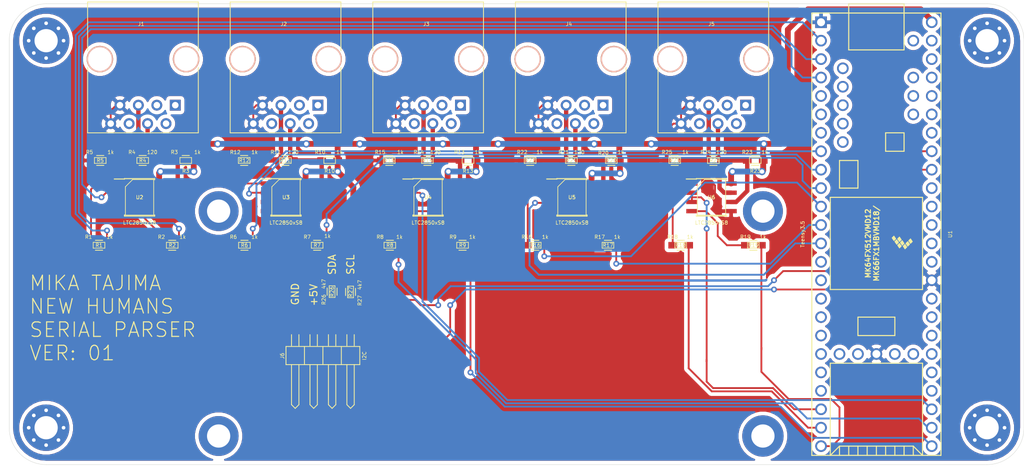
<source format=kicad_pcb>
(kicad_pcb (version 20171130) (host pcbnew "(5.1.8)-1")
  (layers (0 F.Cu signal) (31 B.Cu signal) (34 B.Paste user) (35 F.Paste user) (36 B.SilkS user) (37 F.SilkS user) (38 B.Mask user) (39 F.Mask user) (44 Edge.Cuts user))
  (net 0 "")
  (net 1 "Net-(U1-Pad54)")
  (net 2 "Net-(U1-Pad52)")
  (net 3 "Net-(U1-Pad51)")
  (net 4 "Net-(U1-Pad50)")
  (net 5 "Net-(U1-Pad62)")
  (net 6 "Net-(U1-Pad61)")
  (net 7 "Net-(U1-Pad60)")
  (net 8 "Net-(U1-Pad17)")
  (net 9 "Net-(U1-Pad18)")
  (net 10 "Net-(U1-Pad19)")
  (net 11 "Net-(U1-Pad20)")
  (net 12 "Net-(U1-Pad16)")
  (net 13 "Net-(U1-Pad15)")
  (net 14 "Net-(U1-Pad14)")
  (net 15 "Net-(U1-Pad21)")
  (net 16 "Net-(U1-Pad25)")
  (net 17 "Net-(U1-Pad26)")
  (net 18 "Net-(U1-Pad28)")
  (net 19 "Net-(U1-Pad29)")
  (net 20 "Net-(U1-Pad33)")
  (net 21 "Net-(U1-Pad34)")
  (net 22 "Net-(U1-Pad7)")
  (net 23 "Net-(U1-Pad6)")
  (net 24 "Net-(U1-Pad5)")
  (net 25 "Net-(U1-Pad35)")
  (net 26 "Net-(U1-Pad36)")
  (net 27 "Net-(U1-Pad37)")
  (net 28 "Net-(U1-Pad38)")
  (net 29 "Net-(U1-Pad40)")
  (net 30 "Net-(U1-Pad41)")
  (net 31 "Net-(U1-Pad42)")
  (net 32 "Net-(U1-Pad43)")
  (net 33 "Net-(U1-Pad44)")
  (net 34 "Net-(U1-Pad47)")
  (net 35 "Net-(U1-Pad48)")
  (net 36 "Net-(U1-Pad55)")
  (net 37 "Net-(U1-Pad56)")
  (net 38 "Net-(U1-Pad57)")
  (net 39 "Net-(U1-Pad58)")
  (net 40 "Net-(U1-Pad59)")
  (net 41 "Net-(U1-Pad49)")
  (net 42 "Net-(J1-Pad1)")
  (net 43 "Net-(J1-Pad2)")
  (net 44 "Net-(J1-Pad3)")
  (net 45 "Net-(J1-Pad4)")
  (net 46 "Net-(J1-Pad5)")
  (net 47 "Net-(J1-Pad6)")
  (net 48 GND)
  (net 49 "Net-(R1-Pad1)")
  (net 50 RX1)
  (net 51 "Net-(R2-Pad1)")
  (net 52 TX1)
  (net 53 +5V)
  (net 54 LAT1)
  (net 55 LAT3)
  (net 56 RX3)
  (net 57 TX3)
  (net 58 RX2)
  (net 59 TX2)
  (net 60 LAT2)
  (net 61 LAT5)
  (net 62 RX5)
  (net 63 TX5)
  (net 64 TX4)
  (net 65 RX4)
  (net 66 LAT4)
  (net 67 "Net-(J2-Pad1)")
  (net 68 "Net-(J2-Pad2)")
  (net 69 "Net-(J2-Pad3)")
  (net 70 "Net-(J2-Pad4)")
  (net 71 "Net-(J2-Pad5)")
  (net 72 "Net-(J2-Pad6)")
  (net 73 "Net-(J3-Pad1)")
  (net 74 "Net-(J3-Pad2)")
  (net 75 "Net-(J3-Pad3)")
  (net 76 "Net-(J3-Pad4)")
  (net 77 "Net-(J3-Pad5)")
  (net 78 "Net-(J3-Pad6)")
  (net 79 "Net-(J4-Pad1)")
  (net 80 "Net-(J4-Pad2)")
  (net 81 "Net-(J4-Pad3)")
  (net 82 "Net-(J4-Pad4)")
  (net 83 "Net-(J4-Pad5)")
  (net 84 "Net-(J4-Pad6)")
  (net 85 "Net-(J5-Pad1)")
  (net 86 "Net-(J5-Pad2)")
  (net 87 "Net-(J5-Pad3)")
  (net 88 "Net-(J5-Pad4)")
  (net 89 "Net-(J5-Pad5)")
  (net 90 "Net-(J5-Pad6)")
  (net 91 "Net-(R6-Pad1)")
  (net 92 "Net-(R7-Pad1)")
  (net 93 "Net-(R8-Pad1)")
  (net 94 "Net-(R9-Pad1)")
  (net 95 "Net-(R16-Pad1)")
  (net 96 "Net-(R17-Pad1)")
  (net 97 "Net-(R18-Pad1)")
  (net 98 "Net-(R19-Pad1)")
  (net 99 SDA)
  (net 100 SCL)
  (module Resistors_SMD:R_0603_HandSoldering (layer F.Cu) (at 143.51 114.638 90)
    (fp_text reference R27 (at -1.186 1.27 90) (layer F.SilkS) (effects (font (size 0.5 0.5) (thickness 0.075))))
    (fp_text value 4k7 (at 0.973 1.27 270) (layer F.SilkS) (effects (font (size 0.5 0.5) (thickness 0.075))))
    (fp_text user %R (at 0 0 90) (layer F.SilkS) (effects (font (size 0.5 0.5) (thickness 0.075))))
    (pad 1 smd rect (at -1.1 0 90) (size 1.2 0.9) (layers F.Cu F.Paste F.Mask) (net 100 SCL))
    (pad 2 smd rect (at 1.1 0 90) (size 1.2 0.9) (layers F.Cu F.Paste F.Mask) (net 53 +5V))
  )
  (module Resistors_SMD:R_0603_HandSoldering (layer F.Cu) (at 140.97 114.597 90)
    (fp_text reference R26 (at -1.1 -1.143 90) (layer F.SilkS) (effects (font (size 0.5 0.5) (thickness 0.075))))
    (fp_text value 4k7 (at 1.059 -1.143 270) (layer F.SilkS) (effects (font (size 0.5 0.5) (thickness 0.075))))
    (fp_text user %R (at 0 0 90) (layer F.SilkS) (effects (font (size 0.5 0.5) (thickness 0.075))))
    (pad 1 smd rect (at -1.1 0 90) (size 1.2 0.9) (layers F.Cu F.Paste F.Mask) (net 99 SDA))
    (pad 2 smd rect (at 1.1 0 90) (size 1.2 0.9) (layers F.Cu F.Paste F.Mask) (net 53 +5V))
  )
  (module EzerLonginus:4Pin_SMD_Angled_Header_2.54mm (layer F.Cu) (at 139.7 119.253 180)
    (fp_text reference J6 (at 5.588 -4.191 90) (layer F.SilkS) (effects (font (size 0.5 0.5) (thickness 0.075))))
    (fp_text value I2C (at -5.715 -4.191 90) (layer F.SilkS) (effects (font (size 0.5 0.5) (thickness 0.075))))
    (pad 4 smd rect (at 3.81 0 180) (size 1 2.5) (layers F.Cu F.Paste F.Mask) (net 48 GND))
    (pad 3 smd rect (at 1.27 0 180) (size 1 2.5) (layers F.Cu F.Paste F.Mask) (net 53 +5V))
    (pad 2 smd rect (at -1.27 0 180) (size 1 2.5) (layers F.Cu F.Paste F.Mask) (net 99 SDA))
    (pad 1 smd rect (at -3.81 0 180) (size 1 2.5) (layers F.Cu F.Paste F.Mask) (net 100 SCL))
  )
  (module Mounting_Holes:MountingHole_3.2mm_M3_ISO14580_Pad (layer F.Cu) (at 125.349 134.493)
    (fp_text reference H7)
    (fp_text value MountingHole)
    (fp_text user %R (at 0.3 0) (layer F.SilkS) (effects (font (size 0.5 0.5) (thickness 0.075))))
    (pad 1 thru_hole circle (at 0 0) (size 5.5 5.5) (drill 3.2) (layers *.Cu *.Mask))
  )
  (module Mounting_Holes:MountingHole_3.2mm_M3_ISO7380_Pad (layer F.Cu) (at 200.279 134.493)
    (fp_text reference H8)
    (fp_text value MountingHole)
    (fp_text user %R (at 0.3 0) (layer F.SilkS) (effects (font (size 0.5 0.5) (thickness 0.075))))
    (pad 1 thru_hole circle (at 0 0) (size 5.7 5.7) (drill 3.2) (layers *.Cu *.Mask))
  )
  (module Mounting_Holes:MountingHole_3.2mm_M3_ISO14580_Pad (layer F.Cu) (at 200.279 103.505)
    (fp_text reference H6)
    (fp_text value MountingHole)
    (fp_text user %R (at 0.3 0) (layer F.SilkS) (effects (font (size 0.5 0.5) (thickness 0.075))))
    (pad 1 thru_hole circle (at 0 0) (size 5.5 5.5) (drill 3.2) (layers *.Cu *.Mask))
  )
  (module Mounting_Holes:MountingHole_3.2mm_M3_ISO14580_Pad (layer F.Cu) (at 125.349 103.505)
    (fp_text reference H5)
    (fp_text value MountingHole)
    (fp_text user %R (at 0.3 0) (layer F.SilkS) (effects (font (size 0.5 0.5) (thickness 0.075))))
    (pad 1 thru_hole circle (at 0 0) (size 5.5 5.5) (drill 3.2) (layers *.Cu *.Mask))
  )
  (module Connectors:RJ45_8 (layer F.Cu) (at 119.38 88.9 180)
    (fp_text reference J1 (at 4.7 11.18) (layer F.SilkS) (effects (font (size 0.5 0.5) (thickness 0.075))))
    (fp_text value 8P8C)
    (pad Hole np_thru_hole circle (at 10.38 6.35 180) (size 3.65 3.65) (drill 3.25) (layers *.Cu *.SilkS *.Mask))
    (pad Hole np_thru_hole circle (at -1.49 6.35 180) (size 3.65 3.65) (drill 3.25) (layers *.Cu *.SilkS *.Mask))
    (pad 1 thru_hole rect (at 0 0 180) (size 1.5 1.5) (drill 0.9) (layers *.Cu *.Mask) (net 42 "Net-(J1-Pad1)"))
    (pad 2 thru_hole circle (at 1.27 -2.54 180) (size 1.5 1.5) (drill 0.9) (layers *.Cu *.Mask) (net 43 "Net-(J1-Pad2)"))
    (pad 3 thru_hole circle (at 2.54 0 180) (size 1.5 1.5) (drill 0.9) (layers *.Cu *.Mask) (net 44 "Net-(J1-Pad3)"))
    (pad 4 thru_hole circle (at 3.81 -2.54 180) (size 1.5 1.5) (drill 0.9) (layers *.Cu *.Mask) (net 45 "Net-(J1-Pad4)"))
    (pad 5 thru_hole circle (at 5.08 0 180) (size 1.5 1.5) (drill 0.9) (layers *.Cu *.Mask) (net 46 "Net-(J1-Pad5)"))
    (pad 6 thru_hole circle (at 6.35 -2.54 180) (size 1.5 1.5) (drill 0.9) (layers *.Cu *.Mask) (net 47 "Net-(J1-Pad6)"))
    (pad 7 thru_hole circle (at 7.62 0 180) (size 1.5 1.5) (drill 0.9) (layers *.Cu *.Mask) (net 48 GND))
    (pad 8 thru_hole circle (at 8.89 -2.54 180) (size 1.5 1.5) (drill 0.9) (layers *.Cu *.Mask) (net 48 GND))
  )
  (module Mounting_Holes:MountingHole_3.2mm_M3_Pad_Via (layer F.Cu) (at 231.14 133.35)
    (fp_text reference H4)
    (fp_text value MountingHole)
    (fp_text user %R (at 0.3 0) (layer F.SilkS) (effects (font (size 0.5 0.5) (thickness 0.075))))
    (pad 1 thru_hole circle (at 0 0) (size 6.4 6.4) (drill 3.2) (layers *.Cu *.Mask))
    (pad 1 thru_hole circle (at 2.4 0) (size 0.8 0.8) (drill 0.5) (layers *.Cu *.Mask))
    (pad 1 thru_hole circle (at 1.697056 1.697056) (size 0.8 0.8) (drill 0.5) (layers *.Cu *.Mask))
    (pad 1 thru_hole circle (at 0 2.4) (size 0.8 0.8) (drill 0.5) (layers *.Cu *.Mask))
    (pad 1 thru_hole circle (at -1.697056 1.697056) (size 0.8 0.8) (drill 0.5) (layers *.Cu *.Mask))
    (pad 1 thru_hole circle (at -2.4 0) (size 0.8 0.8) (drill 0.5) (layers *.Cu *.Mask))
    (pad 1 thru_hole circle (at -1.697056 -1.697056) (size 0.8 0.8) (drill 0.5) (layers *.Cu *.Mask))
    (pad 1 thru_hole circle (at 0 -2.4) (size 0.8 0.8) (drill 0.5) (layers *.Cu *.Mask))
    (pad 1 thru_hole circle (at 1.697056 -1.697056) (size 0.8 0.8) (drill 0.5) (layers *.Cu *.Mask))
  )
  (module Mounting_Holes:MountingHole_3.2mm_M3_Pad_Via (layer F.Cu) (at 101.6 133.35)
    (fp_text reference H3)
    (fp_text value MountingHole)
    (fp_text user %R (at 0.3 0) (layer F.SilkS) (effects (font (size 0.5 0.5) (thickness 0.075))))
    (pad 1 thru_hole circle (at 0 0) (size 6.4 6.4) (drill 3.2) (layers *.Cu *.Mask))
    (pad 1 thru_hole circle (at 2.4 0) (size 0.8 0.8) (drill 0.5) (layers *.Cu *.Mask))
    (pad 1 thru_hole circle (at 1.697056 1.697056) (size 0.8 0.8) (drill 0.5) (layers *.Cu *.Mask))
    (pad 1 thru_hole circle (at 0 2.4) (size 0.8 0.8) (drill 0.5) (layers *.Cu *.Mask))
    (pad 1 thru_hole circle (at -1.697056 1.697056) (size 0.8 0.8) (drill 0.5) (layers *.Cu *.Mask))
    (pad 1 thru_hole circle (at -2.4 0) (size 0.8 0.8) (drill 0.5) (layers *.Cu *.Mask))
    (pad 1 thru_hole circle (at -1.697056 -1.697056) (size 0.8 0.8) (drill 0.5) (layers *.Cu *.Mask))
    (pad 1 thru_hole circle (at 0 -2.4) (size 0.8 0.8) (drill 0.5) (layers *.Cu *.Mask))
    (pad 1 thru_hole circle (at 1.697056 -1.697056) (size 0.8 0.8) (drill 0.5) (layers *.Cu *.Mask))
  )
  (module Mounting_Holes:MountingHole_3.2mm_M3_Pad_Via (layer F.Cu) (at 231.14 80.01)
    (fp_text reference H2)
    (fp_text value MountingHole)
    (fp_text user %R (at 0.3 0) (layer F.SilkS) (effects (font (size 0.5 0.5) (thickness 0.075))))
    (pad 1 thru_hole circle (at 0 0) (size 6.4 6.4) (drill 3.2) (layers *.Cu *.Mask))
    (pad 1 thru_hole circle (at 2.4 0) (size 0.8 0.8) (drill 0.5) (layers *.Cu *.Mask))
    (pad 1 thru_hole circle (at 1.697056 1.697056) (size 0.8 0.8) (drill 0.5) (layers *.Cu *.Mask))
    (pad 1 thru_hole circle (at 0 2.4) (size 0.8 0.8) (drill 0.5) (layers *.Cu *.Mask))
    (pad 1 thru_hole circle (at -1.697056 1.697056) (size 0.8 0.8) (drill 0.5) (layers *.Cu *.Mask))
    (pad 1 thru_hole circle (at -2.4 0) (size 0.8 0.8) (drill 0.5) (layers *.Cu *.Mask))
    (pad 1 thru_hole circle (at -1.697056 -1.697056) (size 0.8 0.8) (drill 0.5) (layers *.Cu *.Mask))
    (pad 1 thru_hole circle (at 0 -2.4) (size 0.8 0.8) (drill 0.5) (layers *.Cu *.Mask))
    (pad 1 thru_hole circle (at 1.697056 -1.697056) (size 0.8 0.8) (drill 0.5) (layers *.Cu *.Mask))
  )
  (module Mounting_Holes:MountingHole_3.2mm_M3_Pad_Via (layer F.Cu) (at 101.6 80.01)
    (fp_text reference H1)
    (fp_text value MountingHole)
    (fp_text user %R (at 0.3 0) (layer F.SilkS) (effects (font (size 0.5 0.5) (thickness 0.075))))
    (pad 1 thru_hole circle (at 0 0) (size 6.4 6.4) (drill 3.2) (layers *.Cu *.Mask))
    (pad 1 thru_hole circle (at 2.4 0) (size 0.8 0.8) (drill 0.5) (layers *.Cu *.Mask))
    (pad 1 thru_hole circle (at 1.697056 1.697056) (size 0.8 0.8) (drill 0.5) (layers *.Cu *.Mask))
    (pad 1 thru_hole circle (at 0 2.4) (size 0.8 0.8) (drill 0.5) (layers *.Cu *.Mask))
    (pad 1 thru_hole circle (at -1.697056 1.697056) (size 0.8 0.8) (drill 0.5) (layers *.Cu *.Mask))
    (pad 1 thru_hole circle (at -2.4 0) (size 0.8 0.8) (drill 0.5) (layers *.Cu *.Mask))
    (pad 1 thru_hole circle (at -1.697056 -1.697056) (size 0.8 0.8) (drill 0.5) (layers *.Cu *.Mask))
    (pad 1 thru_hole circle (at 0 -2.4) (size 0.8 0.8) (drill 0.5) (layers *.Cu *.Mask))
    (pad 1 thru_hole circle (at 1.697056 -1.697056) (size 0.8 0.8) (drill 0.5) (layers *.Cu *.Mask))
  )
  (module Housings_SOIC:SOIC-8_3.9x4.9mm_Pitch1.27mm (layer F.Cu) (at 193.2 101.6)
    (fp_text reference U6 (at 0 0) (layer F.SilkS) (effects (font (size 0.5 0.5) (thickness 0.075))))
    (fp_text value LTC2850xS8 (at 0 3.5) (layer F.SilkS) (effects (font (size 0.5 0.5) (thickness 0.075))))
    (fp_text user %R (at 0 0) (layer F.SilkS) (effects (font (size 0.5 0.5) (thickness 0.075))))
    (pad 1 smd rect (at -2.7 -1.905) (size 1.55 0.6) (layers F.Cu F.Paste F.Mask) (net 97 "Net-(R18-Pad1)"))
    (pad 2 smd rect (at -2.7 -0.635) (size 1.55 0.6) (layers F.Cu F.Paste F.Mask) (net 66 LAT4))
    (pad 3 smd rect (at -2.7 0.635) (size 1.55 0.6) (layers F.Cu F.Paste F.Mask) (net 66 LAT4))
    (pad 4 smd rect (at -2.7 1.905) (size 1.55 0.6) (layers F.Cu F.Paste F.Mask) (net 98 "Net-(R19-Pad1)"))
    (pad 5 smd rect (at 2.7 1.905) (size 1.55 0.6) (layers F.Cu F.Paste F.Mask) (net 48 GND))
    (pad 6 smd rect (at 2.7 0.635) (size 1.55 0.6) (layers F.Cu F.Paste F.Mask) (net 88 "Net-(J5-Pad4)"))
    (pad 7 smd rect (at 2.7 -0.635) (size 1.55 0.6) (layers F.Cu F.Paste F.Mask) (net 89 "Net-(J5-Pad5)"))
    (pad 8 smd rect (at 2.7 -1.905) (size 1.55 0.6) (layers F.Cu F.Paste F.Mask) (net 53 +5V))
  )
  (module Housings_SOIC:SOIC-8_3.9x4.9mm_Pitch1.27mm (layer F.Cu) (at 173.99 101.6)
    (fp_text reference U5 (at 0 0) (layer F.SilkS) (effects (font (size 0.5 0.5) (thickness 0.075))))
    (fp_text value LTC2850xS8 (at 0 3.5) (layer F.SilkS) (effects (font (size 0.5 0.5) (thickness 0.075))))
    (fp_text user %R (at 0 0) (layer F.SilkS) (effects (font (size 0.5 0.5) (thickness 0.075))))
    (pad 1 smd rect (at -2.7 -1.905) (size 1.55 0.6) (layers F.Cu F.Paste F.Mask) (net 95 "Net-(R16-Pad1)"))
    (pad 2 smd rect (at -2.7 -0.635) (size 1.55 0.6) (layers F.Cu F.Paste F.Mask) (net 60 LAT2))
    (pad 3 smd rect (at -2.7 0.635) (size 1.55 0.6) (layers F.Cu F.Paste F.Mask) (net 60 LAT2))
    (pad 4 smd rect (at -2.7 1.905) (size 1.55 0.6) (layers F.Cu F.Paste F.Mask) (net 96 "Net-(R17-Pad1)"))
    (pad 5 smd rect (at 2.7 1.905) (size 1.55 0.6) (layers F.Cu F.Paste F.Mask) (net 48 GND))
    (pad 6 smd rect (at 2.7 0.635) (size 1.55 0.6) (layers F.Cu F.Paste F.Mask) (net 82 "Net-(J4-Pad4)"))
    (pad 7 smd rect (at 2.7 -0.635) (size 1.55 0.6) (layers F.Cu F.Paste F.Mask) (net 83 "Net-(J4-Pad5)"))
    (pad 8 smd rect (at 2.7 -1.905) (size 1.55 0.6) (layers F.Cu F.Paste F.Mask) (net 53 +5V))
  )
  (module Housings_SOIC:SOIC-8_3.9x4.9mm_Pitch1.27mm (layer F.Cu) (at 154.178 101.6)
    (fp_text reference U4 (at 0 0) (layer F.SilkS) (effects (font (size 0.5 0.5) (thickness 0.075))))
    (fp_text value LTC2850xS8 (at 0 3.5) (layer F.SilkS) (effects (font (size 0.5 0.5) (thickness 0.075))))
    (fp_text user %R (at 0 0) (layer F.SilkS) (effects (font (size 0.5 0.5) (thickness 0.075))))
    (pad 1 smd rect (at -2.7 -1.905) (size 1.55 0.6) (layers F.Cu F.Paste F.Mask) (net 93 "Net-(R8-Pad1)"))
    (pad 2 smd rect (at -2.7 -0.635) (size 1.55 0.6) (layers F.Cu F.Paste F.Mask) (net 61 LAT5))
    (pad 3 smd rect (at -2.7 0.635) (size 1.55 0.6) (layers F.Cu F.Paste F.Mask) (net 61 LAT5))
    (pad 4 smd rect (at -2.7 1.905) (size 1.55 0.6) (layers F.Cu F.Paste F.Mask) (net 94 "Net-(R9-Pad1)"))
    (pad 5 smd rect (at 2.7 1.905) (size 1.55 0.6) (layers F.Cu F.Paste F.Mask) (net 48 GND))
    (pad 6 smd rect (at 2.7 0.635) (size 1.55 0.6) (layers F.Cu F.Paste F.Mask) (net 76 "Net-(J3-Pad4)"))
    (pad 7 smd rect (at 2.7 -0.635) (size 1.55 0.6) (layers F.Cu F.Paste F.Mask) (net 77 "Net-(J3-Pad5)"))
    (pad 8 smd rect (at 2.7 -1.905) (size 1.55 0.6) (layers F.Cu F.Paste F.Mask) (net 53 +5V))
  )
  (module Housings_SOIC:SOIC-8_3.9x4.9mm_Pitch1.27mm (layer F.Cu) (at 134.62 101.6)
    (fp_text reference U3 (at 0 0) (layer F.SilkS) (effects (font (size 0.5 0.5) (thickness 0.075))))
    (fp_text value LTC2850xS8 (at 0 3.5) (layer F.SilkS) (effects (font (size 0.5 0.5) (thickness 0.075))))
    (fp_text user %R (at 0 0) (layer F.SilkS) (effects (font (size 0.5 0.5) (thickness 0.075))))
    (pad 1 smd rect (at -2.7 -1.905) (size 1.55 0.6) (layers F.Cu F.Paste F.Mask) (net 91 "Net-(R6-Pad1)"))
    (pad 2 smd rect (at -2.7 -0.635) (size 1.55 0.6) (layers F.Cu F.Paste F.Mask) (net 55 LAT3))
    (pad 3 smd rect (at -2.7 0.635) (size 1.55 0.6) (layers F.Cu F.Paste F.Mask) (net 55 LAT3))
    (pad 4 smd rect (at -2.7 1.905) (size 1.55 0.6) (layers F.Cu F.Paste F.Mask) (net 92 "Net-(R7-Pad1)"))
    (pad 5 smd rect (at 2.7 1.905) (size 1.55 0.6) (layers F.Cu F.Paste F.Mask) (net 48 GND))
    (pad 6 smd rect (at 2.7 0.635) (size 1.55 0.6) (layers F.Cu F.Paste F.Mask) (net 70 "Net-(J2-Pad4)"))
    (pad 7 smd rect (at 2.7 -0.635) (size 1.55 0.6) (layers F.Cu F.Paste F.Mask) (net 71 "Net-(J2-Pad5)"))
    (pad 8 smd rect (at 2.7 -1.905) (size 1.55 0.6) (layers F.Cu F.Paste F.Mask) (net 53 +5V))
  )
  (module Resistors_SMD:R_0603_HandSoldering (layer F.Cu) (at 188.13 96.52 180)
    (fp_text reference R25 (at 1.059 1.143) (layer F.SilkS) (effects (font (size 0.5 0.5) (thickness 0.075))))
    (fp_text value 1k (at -1.481 1.143) (layer F.SilkS) (effects (font (size 0.5 0.5) (thickness 0.075))))
    (fp_text user %R (at 0 0) (layer F.SilkS) (effects (font (size 0.5 0.5) (thickness 0.075))))
    (pad 1 smd rect (at -1.1 0 180) (size 1.2 0.9) (layers F.Cu F.Paste F.Mask) (net 89 "Net-(J5-Pad5)"))
    (pad 2 smd rect (at 1.1 0 180) (size 1.2 0.9) (layers F.Cu F.Paste F.Mask) (net 48 GND))
  )
  (module Resistors_SMD:R_0603_HandSoldering (layer F.Cu) (at 193.464 96.52 180)
    (fp_text reference R24 (at 1.059 1.143) (layer F.SilkS) (effects (font (size 0.5 0.5) (thickness 0.075))))
    (fp_text value 120 (at -1.1 1.143) (layer F.SilkS) (effects (font (size 0.5 0.5) (thickness 0.075))))
    (fp_text user %R (at -0.17 0) (layer F.SilkS) (effects (font (size 0.5 0.5) (thickness 0.075))))
    (pad 1 smd rect (at -1.1 0 180) (size 1.2 0.9) (layers F.Cu F.Paste F.Mask) (net 88 "Net-(J5-Pad4)"))
    (pad 2 smd rect (at 1.1 0 180) (size 1.2 0.9) (layers F.Cu F.Paste F.Mask) (net 89 "Net-(J5-Pad5)"))
  )
  (module Resistors_SMD:R_0603_HandSoldering (layer F.Cu) (at 199.22 96.52 180)
    (fp_text reference R23 (at 0 -1.45) (layer F.SilkS) (effects (font (size 0.5 0.5) (thickness 0.075))))
    (fp_text value 1k (at -1.313 1.143) (layer F.SilkS) (effects (font (size 0.5 0.5) (thickness 0.075))))
    (fp_text user %R (at 1.1 1.143) (layer F.SilkS) (effects (font (size 0.5 0.5) (thickness 0.075))))
    (pad 1 smd rect (at -1.1 0 180) (size 1.2 0.9) (layers F.Cu F.Paste F.Mask) (net 53 +5V))
    (pad 2 smd rect (at 1.1 0 180) (size 1.2 0.9) (layers F.Cu F.Paste F.Mask) (net 88 "Net-(J5-Pad4)"))
  )
  (module Resistors_SMD:R_0603_HandSoldering (layer F.Cu) (at 168.232 96.52 180)
    (fp_text reference R22 (at 1.1 1.143) (layer F.SilkS) (effects (font (size 0.5 0.5) (thickness 0.075))))
    (fp_text value 1k (at -1.313 1.143) (layer F.SilkS) (effects (font (size 0.5 0.5) (thickness 0.075))))
    (fp_text user %R (at 0 0) (layer F.SilkS) (effects (font (size 0.5 0.5) (thickness 0.075))))
    (pad 1 smd rect (at -1.1 0 180) (size 1.2 0.9) (layers F.Cu F.Paste F.Mask) (net 83 "Net-(J4-Pad5)"))
    (pad 2 smd rect (at 1.1 0 180) (size 1.2 0.9) (layers F.Cu F.Paste F.Mask) (net 48 GND))
  )
  (module Resistors_SMD:R_0603_HandSoldering (layer F.Cu) (at 173.906 96.52 180)
    (fp_text reference R21 (at 1.059 1.143) (layer F.SilkS) (effects (font (size 0.5 0.5) (thickness 0.075))))
    (fp_text value 120 (at -1.1 1.143) (layer F.SilkS) (effects (font (size 0.5 0.5) (thickness 0.075))))
    (fp_text user %R (at 0 0) (layer F.SilkS) (effects (font (size 0.5 0.5) (thickness 0.075))))
    (pad 1 smd rect (at -1.1 0 180) (size 1.2 0.9) (layers F.Cu F.Paste F.Mask) (net 82 "Net-(J4-Pad4)"))
    (pad 2 smd rect (at 1.1 0 180) (size 1.2 0.9) (layers F.Cu F.Paste F.Mask) (net 83 "Net-(J4-Pad5)"))
  )
  (module Resistors_SMD:R_0603_HandSoldering (layer F.Cu) (at 179.408 96.52 180)
    (fp_text reference R20 (at 1.1 1.016) (layer F.SilkS) (effects (font (size 0.5 0.5) (thickness 0.075))))
    (fp_text value 1k (at -1.313 1.143) (layer F.SilkS) (effects (font (size 0.5 0.5) (thickness 0.075))))
    (fp_text user %R (at 0 0) (layer F.SilkS) (effects (font (size 0.5 0.5) (thickness 0.075))))
    (pad 1 smd rect (at -1.1 0 180) (size 1.2 0.9) (layers F.Cu F.Paste F.Mask) (net 53 +5V))
    (pad 2 smd rect (at 1.1 0 180) (size 1.2 0.9) (layers F.Cu F.Paste F.Mask) (net 82 "Net-(J4-Pad4)"))
  )
  (module Resistors_SMD:R_0603_HandSoldering (layer F.Cu) (at 198.966 108.204)
    (fp_text reference R19 (at -1.1 -1.143) (layer F.SilkS) (effects (font (size 0.5 0.5) (thickness 0.075))))
    (fp_text value 1k (at 1.313 -1.143) (layer F.SilkS) (effects (font (size 0.5 0.5) (thickness 0.075))))
    (fp_text user %R (at 0 0) (layer F.SilkS) (effects (font (size 0.5 0.5) (thickness 0.075))))
    (pad 1 smd rect (at -1.1 0) (size 1.2 0.9) (layers F.Cu F.Paste F.Mask) (net 98 "Net-(R19-Pad1)"))
    (pad 2 smd rect (at 1.1 0) (size 1.2 0.9) (layers F.Cu F.Paste F.Mask) (net 64 TX4))
  )
  (module Resistors_SMD:R_0603_HandSoldering (layer F.Cu) (at 188.956664 108.204)
    (fp_text reference R18 (at -1.123664 -1.143) (layer F.SilkS) (effects (font (size 0.5 0.5) (thickness 0.075))))
    (fp_text value 1k (at 1.289336 -1.143) (layer F.SilkS) (effects (font (size 0.5 0.5) (thickness 0.075))))
    (fp_text user %R (at 0 0) (layer F.SilkS) (effects (font (size 0.5 0.5) (thickness 0.075))))
    (pad 1 smd rect (at -1.1 0) (size 1.2 0.9) (layers F.Cu F.Paste F.Mask) (net 97 "Net-(R18-Pad1)"))
    (pad 2 smd rect (at 1.1 0) (size 1.2 0.9) (layers F.Cu F.Paste F.Mask) (net 65 RX4))
  )
  (module Resistors_SMD:R_0603_HandSoldering (layer F.Cu) (at 178.947331 108.204)
    (fp_text reference R17 (at -1.147331 -1.143) (layer F.SilkS) (effects (font (size 0.5 0.5) (thickness 0.075))))
    (fp_text value 1k (at 1.265669 -1.143) (layer F.SilkS) (effects (font (size 0.5 0.5) (thickness 0.075))))
    (fp_text user %R (at 0 0) (layer F.SilkS) (effects (font (size 0.5 0.5) (thickness 0.075))))
    (pad 1 smd rect (at -1.1 0) (size 1.2 0.9) (layers F.Cu F.Paste F.Mask) (net 96 "Net-(R17-Pad1)"))
    (pad 2 smd rect (at 1.1 0) (size 1.2 0.9) (layers F.Cu F.Paste F.Mask) (net 59 TX2))
  )
  (module Resistors_SMD:R_0603_HandSoldering (layer F.Cu) (at 168.937998 108.204)
    (fp_text reference R16 (at -1.170998 -1.143) (layer F.SilkS) (effects (font (size 0.5 0.5) (thickness 0.075))))
    (fp_text value 1k (at 1.369002 -1.143) (layer F.SilkS) (effects (font (size 0.5 0.5) (thickness 0.075))))
    (fp_text user %R (at 0 0) (layer F.SilkS) (effects (font (size 0.5 0.5) (thickness 0.075))))
    (pad 1 smd rect (at -1.1 0) (size 1.2 0.9) (layers F.Cu F.Paste F.Mask) (net 95 "Net-(R16-Pad1)"))
    (pad 2 smd rect (at 1.1 0) (size 1.2 0.9) (layers F.Cu F.Paste F.Mask) (net 58 RX2))
  )
  (module Resistors_SMD:R_0603_HandSoldering (layer F.Cu) (at 148.844 96.52 180)
    (fp_text reference R15 (at 1.27 1.143) (layer F.SilkS) (effects (font (size 0.5 0.5) (thickness 0.075))))
    (fp_text value 1k (at -1.524 1.143) (layer F.SilkS) (effects (font (size 0.5 0.5) (thickness 0.075))))
    (fp_text user %R (at 0 0) (layer F.SilkS) (effects (font (size 0.5 0.5) (thickness 0.075))))
    (pad 1 smd rect (at -1.1 0 180) (size 1.2 0.9) (layers F.Cu F.Paste F.Mask) (net 77 "Net-(J3-Pad5)"))
    (pad 2 smd rect (at 1.1 0 180) (size 1.2 0.9) (layers F.Cu F.Paste F.Mask) (net 48 GND))
  )
  (module Resistors_SMD:R_0603_HandSoldering (layer F.Cu) (at 154.094 96.52 180)
    (fp_text reference R14 (at 1.186 1.143) (layer F.SilkS) (effects (font (size 0.5 0.5) (thickness 0.075))))
    (fp_text value 120 (at -1.1 1.143) (layer F.SilkS) (effects (font (size 0.5 0.5) (thickness 0.075))))
    (fp_text user %R (at 0 0) (layer F.SilkS) (effects (font (size 0.5 0.5) (thickness 0.075))))
    (pad 1 smd rect (at -1.1 0 180) (size 1.2 0.9) (layers F.Cu F.Paste F.Mask) (net 76 "Net-(J3-Pad4)"))
    (pad 2 smd rect (at 1.1 0 180) (size 1.2 0.9) (layers F.Cu F.Paste F.Mask) (net 77 "Net-(J3-Pad5)"))
  )
  (module Resistors_SMD:R_0603_HandSoldering (layer F.Cu) (at 159.682 96.52 180)
    (fp_text reference R13 (at 0 -1.45) (layer F.SilkS) (effects (font (size 0.5 0.5) (thickness 0.075))))
    (fp_text value 1k (at -1.354 1.143) (layer F.SilkS) (effects (font (size 0.5 0.5) (thickness 0.075))))
    (fp_text user %R (at 1.186 1.143) (layer F.SilkS) (effects (font (size 0.5 0.5) (thickness 0.075))))
    (pad 1 smd rect (at -1.1 0 180) (size 1.2 0.9) (layers F.Cu F.Paste F.Mask) (net 53 +5V))
    (pad 2 smd rect (at 1.1 0 180) (size 1.2 0.9) (layers F.Cu F.Paste F.Mask) (net 76 "Net-(J3-Pad4)"))
  )
  (module Resistors_SMD:R_0603_HandSoldering (layer F.Cu) (at 128.862 96.52 180)
    (fp_text reference R12 (at 1.227 1.143) (layer F.SilkS) (effects (font (size 0.5 0.5) (thickness 0.075))))
    (fp_text value 1k (at -1.44 1.143) (layer F.SilkS) (effects (font (size 0.5 0.5) (thickness 0.075))))
    (fp_text user %R (at 0 0) (layer F.SilkS) (effects (font (size 0.5 0.5) (thickness 0.075))))
    (pad 1 smd rect (at -1.1 0 180) (size 1.2 0.9) (layers F.Cu F.Paste F.Mask) (net 71 "Net-(J2-Pad5)"))
    (pad 2 smd rect (at 1.1 0 180) (size 1.2 0.9) (layers F.Cu F.Paste F.Mask) (net 48 GND))
  )
  (module Resistors_SMD:R_0603_HandSoldering (layer F.Cu) (at 134.536 96.52 180)
    (fp_text reference R11 (at 1.313 1.143) (layer F.SilkS) (effects (font (size 0.5 0.5) (thickness 0.075))))
    (fp_text value 120 (at -1.1 1.143) (layer F.SilkS) (effects (font (size 0.5 0.5) (thickness 0.075))))
    (fp_text user %R (at 0 0) (layer F.SilkS) (effects (font (size 0.5 0.5) (thickness 0.075))))
    (pad 1 smd rect (at -1.1 0 180) (size 1.2 0.9) (layers F.Cu F.Paste F.Mask) (net 70 "Net-(J2-Pad4)"))
    (pad 2 smd rect (at 1.1 0 180) (size 1.2 0.9) (layers F.Cu F.Paste F.Mask) (net 71 "Net-(J2-Pad5)"))
  )
  (module Resistors_SMD:R_0603_HandSoldering (layer F.Cu) (at 140.632 96.52 180)
    (fp_text reference R10 (at 0 -1.45) (layer F.SilkS) (effects (font (size 0.5 0.5) (thickness 0.075))))
    (fp_text value 1k (at -1.354 1.143) (layer F.SilkS) (effects (font (size 0.5 0.5) (thickness 0.075))))
    (fp_text user %R (at 1.313 1.143) (layer F.SilkS) (effects (font (size 0.5 0.5) (thickness 0.075))))
    (pad 1 smd rect (at -1.1 0 180) (size 1.2 0.9) (layers F.Cu F.Paste F.Mask) (net 53 +5V))
    (pad 2 smd rect (at 1.1 0 180) (size 1.2 0.9) (layers F.Cu F.Paste F.Mask) (net 70 "Net-(J2-Pad4)"))
  )
  (module Resistors_SMD:R_0603_HandSoldering (layer F.Cu) (at 158.928665 108.204)
    (fp_text reference R9 (at -1.321665 -1.143) (layer F.SilkS) (effects (font (size 0.5 0.5) (thickness 0.075))))
    (fp_text value 1k (at 1.345335 -1.143) (layer F.SilkS) (effects (font (size 0.5 0.5) (thickness 0.075))))
    (fp_text user %R (at 0 0) (layer F.SilkS) (effects (font (size 0.5 0.5) (thickness 0.075))))
    (pad 1 smd rect (at -1.1 0) (size 1.2 0.9) (layers F.Cu F.Paste F.Mask) (net 94 "Net-(R9-Pad1)"))
    (pad 2 smd rect (at 1.1 0) (size 1.2 0.9) (layers F.Cu F.Paste F.Mask) (net 63 TX5))
  )
  (module Resistors_SMD:R_0603_HandSoldering (layer F.Cu) (at 148.919332 108.204)
    (fp_text reference R8 (at -1.345332 -1.143) (layer F.SilkS) (effects (font (size 0.5 0.5) (thickness 0.075))))
    (fp_text value 1k (at 1.321668 -1.143) (layer F.SilkS) (effects (font (size 0.5 0.5) (thickness 0.075))))
    (fp_text user %R (at 0 0) (layer F.SilkS) (effects (font (size 0.5 0.5) (thickness 0.075))))
    (pad 1 smd rect (at -1.1 0) (size 1.2 0.9) (layers F.Cu F.Paste F.Mask) (net 93 "Net-(R8-Pad1)"))
    (pad 2 smd rect (at 1.1 0) (size 1.2 0.9) (layers F.Cu F.Paste F.Mask) (net 62 RX5))
  )
  (module Resistors_SMD:R_0603_HandSoldering (layer F.Cu) (at 138.909999 108.204)
    (fp_text reference R7 (at -1.368999 -1.143) (layer F.SilkS) (effects (font (size 0.5 0.5) (thickness 0.075))))
    (fp_text value 1k (at 1.425001 -1.27) (layer F.SilkS) (effects (font (size 0.5 0.5) (thickness 0.075))))
    (fp_text user %R (at 0 0) (layer F.SilkS) (effects (font (size 0.5 0.5) (thickness 0.075))))
    (pad 1 smd rect (at -1.1 0) (size 1.2 0.9) (layers F.Cu F.Paste F.Mask) (net 92 "Net-(R7-Pad1)"))
    (pad 2 smd rect (at 1.1 0) (size 1.2 0.9) (layers F.Cu F.Paste F.Mask) (net 57 TX3))
  )
  (module Resistors_SMD:R_0603_HandSoldering (layer F.Cu) (at 128.900666 108.204)
    (fp_text reference R6 (at -1.519666 -1.143) (layer F.SilkS) (effects (font (size 0.5 0.5) (thickness 0.075))))
    (fp_text value 1k (at 1.401334 -1.143) (layer F.SilkS) (effects (font (size 0.5 0.5) (thickness 0.075))))
    (fp_text user %R (at 0 0) (layer F.SilkS) (effects (font (size 0.5 0.5) (thickness 0.075))))
    (pad 1 smd rect (at -1.1 0) (size 1.2 0.9) (layers F.Cu F.Paste F.Mask) (net 91 "Net-(R6-Pad1)"))
    (pad 2 smd rect (at 1.1 0) (size 1.2 0.9) (layers F.Cu F.Paste F.Mask) (net 56 RX3))
  )
  (module Connectors:RJ45_8 (layer F.Cu) (at 197.9 88.9 180)
    (fp_text reference J5 (at 4.7 11.18) (layer F.SilkS) (effects (font (size 0.5 0.5) (thickness 0.075))))
    (fp_text value 8P8C)
    (pad Hole np_thru_hole circle (at 10.38 6.35 180) (size 3.65 3.65) (drill 3.25) (layers *.Cu *.SilkS *.Mask))
    (pad Hole np_thru_hole circle (at -1.49 6.35 180) (size 3.65 3.65) (drill 3.25) (layers *.Cu *.SilkS *.Mask))
    (pad 1 thru_hole rect (at 0 0 180) (size 1.5 1.5) (drill 0.9) (layers *.Cu *.Mask) (net 85 "Net-(J5-Pad1)"))
    (pad 2 thru_hole circle (at 1.27 -2.54 180) (size 1.5 1.5) (drill 0.9) (layers *.Cu *.Mask) (net 86 "Net-(J5-Pad2)"))
    (pad 3 thru_hole circle (at 2.54 0 180) (size 1.5 1.5) (drill 0.9) (layers *.Cu *.Mask) (net 87 "Net-(J5-Pad3)"))
    (pad 4 thru_hole circle (at 3.81 -2.54 180) (size 1.5 1.5) (drill 0.9) (layers *.Cu *.Mask) (net 88 "Net-(J5-Pad4)"))
    (pad 5 thru_hole circle (at 5.08 0 180) (size 1.5 1.5) (drill 0.9) (layers *.Cu *.Mask) (net 89 "Net-(J5-Pad5)"))
    (pad 6 thru_hole circle (at 6.35 -2.54 180) (size 1.5 1.5) (drill 0.9) (layers *.Cu *.Mask) (net 90 "Net-(J5-Pad6)"))
    (pad 7 thru_hole circle (at 7.62 0 180) (size 1.5 1.5) (drill 0.9) (layers *.Cu *.Mask) (net 48 GND))
    (pad 8 thru_hole circle (at 8.89 -2.54 180) (size 1.5 1.5) (drill 0.9) (layers *.Cu *.Mask) (net 48 GND))
  )
  (module Connectors:RJ45_8 (layer F.Cu) (at 178.27 88.9 180)
    (fp_text reference J4 (at 4.7 11.18) (layer F.SilkS) (effects (font (size 0.5 0.5) (thickness 0.075))))
    (fp_text value 8P8C)
    (pad Hole np_thru_hole circle (at 10.38 6.35 180) (size 3.65 3.65) (drill 3.25) (layers *.Cu *.SilkS *.Mask))
    (pad Hole np_thru_hole circle (at -1.49 6.35 180) (size 3.65 3.65) (drill 3.25) (layers *.Cu *.SilkS *.Mask))
    (pad 1 thru_hole rect (at 0 0 180) (size 1.5 1.5) (drill 0.9) (layers *.Cu *.Mask) (net 79 "Net-(J4-Pad1)"))
    (pad 2 thru_hole circle (at 1.27 -2.54 180) (size 1.5 1.5) (drill 0.9) (layers *.Cu *.Mask) (net 80 "Net-(J4-Pad2)"))
    (pad 3 thru_hole circle (at 2.54 0 180) (size 1.5 1.5) (drill 0.9) (layers *.Cu *.Mask) (net 81 "Net-(J4-Pad3)"))
    (pad 4 thru_hole circle (at 3.81 -2.54 180) (size 1.5 1.5) (drill 0.9) (layers *.Cu *.Mask) (net 82 "Net-(J4-Pad4)"))
    (pad 5 thru_hole circle (at 5.08 0 180) (size 1.5 1.5) (drill 0.9) (layers *.Cu *.Mask) (net 83 "Net-(J4-Pad5)"))
    (pad 6 thru_hole circle (at 6.35 -2.54 180) (size 1.5 1.5) (drill 0.9) (layers *.Cu *.Mask) (net 84 "Net-(J4-Pad6)"))
    (pad 7 thru_hole circle (at 7.62 0 180) (size 1.5 1.5) (drill 0.9) (layers *.Cu *.Mask) (net 48 GND))
    (pad 8 thru_hole circle (at 8.89 -2.54 180) (size 1.5 1.5) (drill 0.9) (layers *.Cu *.Mask) (net 48 GND))
  )
  (module Connectors:RJ45_8 (layer F.Cu) (at 158.64 88.9 180)
    (fp_text reference J3 (at 4.7 11.18) (layer F.SilkS) (effects (font (size 0.5 0.5) (thickness 0.075))))
    (fp_text value 8P8C)
    (pad Hole np_thru_hole circle (at 10.38 6.35 180) (size 3.65 3.65) (drill 3.25) (layers *.Cu *.SilkS *.Mask))
    (pad Hole np_thru_hole circle (at -1.49 6.35 180) (size 3.65 3.65) (drill 3.25) (layers *.Cu *.SilkS *.Mask))
    (pad 1 thru_hole rect (at 0 0 180) (size 1.5 1.5) (drill 0.9) (layers *.Cu *.Mask) (net 73 "Net-(J3-Pad1)"))
    (pad 2 thru_hole circle (at 1.27 -2.54 180) (size 1.5 1.5) (drill 0.9) (layers *.Cu *.Mask) (net 74 "Net-(J3-Pad2)"))
    (pad 3 thru_hole circle (at 2.54 0 180) (size 1.5 1.5) (drill 0.9) (layers *.Cu *.Mask) (net 75 "Net-(J3-Pad3)"))
    (pad 4 thru_hole circle (at 3.81 -2.54 180) (size 1.5 1.5) (drill 0.9) (layers *.Cu *.Mask) (net 76 "Net-(J3-Pad4)"))
    (pad 5 thru_hole circle (at 5.08 0 180) (size 1.5 1.5) (drill 0.9) (layers *.Cu *.Mask) (net 77 "Net-(J3-Pad5)"))
    (pad 6 thru_hole circle (at 6.35 -2.54 180) (size 1.5 1.5) (drill 0.9) (layers *.Cu *.Mask) (net 78 "Net-(J3-Pad6)"))
    (pad 7 thru_hole circle (at 7.62 0 180) (size 1.5 1.5) (drill 0.9) (layers *.Cu *.Mask) (net 48 GND))
    (pad 8 thru_hole circle (at 8.89 -2.54 180) (size 1.5 1.5) (drill 0.9) (layers *.Cu *.Mask) (net 48 GND))
  )
  (module Connectors:RJ45_8 (layer F.Cu) (at 139.01 88.9 180)
    (fp_text reference J2 (at 4.7 11.18) (layer F.SilkS) (effects (font (size 0.5 0.5) (thickness 0.075))))
    (fp_text value 8P8C)
    (pad Hole np_thru_hole circle (at 10.38 6.35 180) (size 3.65 3.65) (drill 3.25) (layers *.Cu *.SilkS *.Mask))
    (pad Hole np_thru_hole circle (at -1.49 6.35 180) (size 3.65 3.65) (drill 3.25) (layers *.Cu *.SilkS *.Mask))
    (pad 1 thru_hole rect (at 0 0 180) (size 1.5 1.5) (drill 0.9) (layers *.Cu *.Mask) (net 67 "Net-(J2-Pad1)"))
    (pad 2 thru_hole circle (at 1.27 -2.54 180) (size 1.5 1.5) (drill 0.9) (layers *.Cu *.Mask) (net 68 "Net-(J2-Pad2)"))
    (pad 3 thru_hole circle (at 2.54 0 180) (size 1.5 1.5) (drill 0.9) (layers *.Cu *.Mask) (net 69 "Net-(J2-Pad3)"))
    (pad 4 thru_hole circle (at 3.81 -2.54 180) (size 1.5 1.5) (drill 0.9) (layers *.Cu *.Mask) (net 70 "Net-(J2-Pad4)"))
    (pad 5 thru_hole circle (at 5.08 0 180) (size 1.5 1.5) (drill 0.9) (layers *.Cu *.Mask) (net 71 "Net-(J2-Pad5)"))
    (pad 6 thru_hole circle (at 6.35 -2.54 180) (size 1.5 1.5) (drill 0.9) (layers *.Cu *.Mask) (net 72 "Net-(J2-Pad6)"))
    (pad 7 thru_hole circle (at 7.62 0 180) (size 1.5 1.5) (drill 0.9) (layers *.Cu *.Mask) (net 48 GND))
    (pad 8 thru_hole circle (at 8.89 -2.54 180) (size 1.5 1.5) (drill 0.9) (layers *.Cu *.Mask) (net 48 GND))
  )
  (module Housings_SOIC:SOIC-8_3.9x4.9mm_Pitch1.27mm (layer F.Cu) (at 114.46 101.6)
    (fp_text reference U2 (at 0 0) (layer F.SilkS) (effects (font (size 0.5 0.5) (thickness 0.075))))
    (fp_text value LTC2850xS8 (at 0 3.5) (layer F.SilkS) (effects (font (size 0.5 0.5) (thickness 0.075))))
    (fp_text user %R (at 0 0) (layer F.SilkS) (effects (font (size 0.5 0.5) (thickness 0.075))))
    (pad 1 smd rect (at -2.7 -1.905) (size 1.55 0.6) (layers F.Cu F.Paste F.Mask) (net 49 "Net-(R1-Pad1)"))
    (pad 2 smd rect (at -2.7 -0.635) (size 1.55 0.6) (layers F.Cu F.Paste F.Mask) (net 54 LAT1))
    (pad 3 smd rect (at -2.7 0.635) (size 1.55 0.6) (layers F.Cu F.Paste F.Mask) (net 54 LAT1))
    (pad 4 smd rect (at -2.7 1.905) (size 1.55 0.6) (layers F.Cu F.Paste F.Mask) (net 51 "Net-(R2-Pad1)"))
    (pad 5 smd rect (at 2.7 1.905) (size 1.55 0.6) (layers F.Cu F.Paste F.Mask) (net 48 GND))
    (pad 6 smd rect (at 2.7 0.635) (size 1.55 0.6) (layers F.Cu F.Paste F.Mask) (net 45 "Net-(J1-Pad4)"))
    (pad 7 smd rect (at 2.7 -0.635) (size 1.55 0.6) (layers F.Cu F.Paste F.Mask) (net 46 "Net-(J1-Pad5)"))
    (pad 8 smd rect (at 2.7 -1.905) (size 1.55 0.6) (layers F.Cu F.Paste F.Mask) (net 53 +5V))
  )
  (module Teensy:Teensy35_36 (layer F.Cu) (at 215.9 106.68 270)
    (fp_text reference U1 (at 0 -10.16 90) (layer F.SilkS) (effects (font (size 0.5 0.5) (thickness 0.075))))
    (fp_text value Teensy3.5 (at 0 10.16 90) (layer F.SilkS) (effects (font (size 0.5 0.5) (thickness 0.075))))
    (fp_text user MK64FX512VMD12 (at 1.27 1.143 90) (layer F.SilkS) (effects (font (size 0.7 0.7))))
    (fp_text user MK66FX1MBVMD18/ (at 1.27 0 90) (layer F.SilkS) (effects (font (size 0.7 0.7))))
    (pad 62 thru_hole circle (at -12.7 4.62 270) (size 1.6 1.6) (drill 1.1) (layers *.Cu *.Mask) (net 5 "Net-(U1-Pad62)"))
    (pad 61 thru_hole circle (at -15.24 4.62 270) (size 1.6 1.6) (drill 1.1) (layers *.Cu *.Mask) (net 6 "Net-(U1-Pad61)"))
    (pad 60 thru_hole circle (at -17.78 4.62 270) (size 1.6 1.6) (drill 1.1) (layers *.Cu *.Mask) (net 7 "Net-(U1-Pad60)"))
    (pad 59 thru_hole circle (at -20.32 4.62 270) (size 1.6 1.6) (drill 1.1) (layers *.Cu *.Mask) (net 40 "Net-(U1-Pad59)"))
    (pad 58 thru_hole circle (at -22.86 4.62 270) (size 1.6 1.6) (drill 1.1) (layers *.Cu *.Mask) (net 39 "Net-(U1-Pad58)"))
    (pad 57 thru_hole circle (at -16.51 -5.08 270) (size 1.6 1.6) (drill 1.1) (layers *.Cu *.Mask) (net 38 "Net-(U1-Pad57)"))
    (pad 56 thru_hole circle (at -19.05 -5.08 270) (size 1.6 1.6) (drill 1.1) (layers *.Cu *.Mask) (net 37 "Net-(U1-Pad56)"))
    (pad 55 thru_hole circle (at -21.59 -5.08 270) (size 1.6 1.6) (drill 1.1) (layers *.Cu *.Mask) (net 36 "Net-(U1-Pad55)"))
    (pad 54 thru_hole circle (at -26.67 -5.08 270) (size 1.6 1.6) (drill 1.1) (layers *.Cu *.Mask) (net 1 "Net-(U1-Pad54)"))
    (pad 53 thru_hole circle (at -29.21 -7.62 270) (size 1.6 1.6) (drill 1.1) (layers *.Cu *.Mask) (net 53 +5V))
    (pad 52 thru_hole circle (at -26.67 -7.62 270) (size 1.6 1.6) (drill 1.1) (layers *.Cu *.Mask) (net 2 "Net-(U1-Pad52)"))
    (pad 51 thru_hole circle (at -24.13 -7.62 270) (size 1.6 1.6) (drill 1.1) (layers *.Cu *.Mask) (net 3 "Net-(U1-Pad51)"))
    (pad 50 thru_hole circle (at -21.59 -7.62 270) (size 1.6 1.6) (drill 1.1) (layers *.Cu *.Mask) (net 4 "Net-(U1-Pad50)"))
    (pad 49 thru_hole circle (at -19.05 -7.62 270) (size 1.6 1.6) (drill 1.1) (layers *.Cu *.Mask) (net 41 "Net-(U1-Pad49)"))
    (pad 48 thru_hole circle (at -16.51 -7.62 270) (size 1.6 1.6) (drill 1.1) (layers *.Cu *.Mask) (net 35 "Net-(U1-Pad48)"))
    (pad 47 thru_hole circle (at -13.97 -7.62 270) (size 1.6 1.6) (drill 1.1) (layers *.Cu *.Mask) (net 34 "Net-(U1-Pad47)"))
    (pad 46 thru_hole circle (at -11.43 -7.62 270) (size 1.6 1.6) (drill 1.1) (layers *.Cu *.Mask) (net 100 SCL))
    (pad 45 thru_hole circle (at -8.89 -7.62 270) (size 1.6 1.6) (drill 1.1) (layers *.Cu *.Mask) (net 99 SDA))
    (pad 44 thru_hole circle (at -6.35 -7.62 270) (size 1.6 1.6) (drill 1.1) (layers *.Cu *.Mask) (net 33 "Net-(U1-Pad44)"))
    (pad 43 thru_hole circle (at -3.81 -7.62 270) (size 1.6 1.6) (drill 1.1) (layers *.Cu *.Mask) (net 32 "Net-(U1-Pad43)"))
    (pad 42 thru_hole circle (at -1.27 -7.62 270) (size 1.6 1.6) (drill 1.1) (layers *.Cu *.Mask) (net 31 "Net-(U1-Pad42)"))
    (pad 41 thru_hole circle (at 1.27 -7.62 270) (size 1.6 1.6) (drill 1.1) (layers *.Cu *.Mask) (net 30 "Net-(U1-Pad41)"))
    (pad 40 thru_hole circle (at 3.81 -7.62 270) (size 1.6 1.6) (drill 1.1) (layers *.Cu *.Mask) (net 29 "Net-(U1-Pad40)"))
    (pad 39 thru_hole circle (at 6.35 -7.62 270) (size 1.6 1.6) (drill 1.1) (layers *.Cu *.Mask) (net 48 GND))
    (pad 38 thru_hole circle (at 8.89 -7.62 270) (size 1.6 1.6) (drill 1.1) (layers *.Cu *.Mask) (net 28 "Net-(U1-Pad38)"))
    (pad 1 thru_hole rect (at -29.21 7.62 270) (size 1.6 1.6) (drill 1.1) (layers *.Cu *.Mask) (net 48 GND))
    (pad 2 thru_hole circle (at -26.67 7.62 270) (size 1.6 1.6) (drill 1.1) (layers *.Cu *.Mask) (net 50 RX1))
    (pad 3 thru_hole circle (at -24.13 7.62 270) (size 1.6 1.6) (drill 1.1) (layers *.Cu *.Mask) (net 52 TX1))
    (pad 4 thru_hole circle (at -21.59 7.62 270) (size 1.6 1.6) (drill 1.1) (layers *.Cu *.Mask) (net 54 LAT1))
    (pad 5 thru_hole circle (at -19.05 7.62 270) (size 1.6 1.6) (drill 1.1) (layers *.Cu *.Mask) (net 24 "Net-(U1-Pad5)"))
    (pad 6 thru_hole circle (at -16.51 7.62 270) (size 1.6 1.6) (drill 1.1) (layers *.Cu *.Mask) (net 23 "Net-(U1-Pad6)"))
    (pad 7 thru_hole circle (at -13.97 7.62 270) (size 1.6 1.6) (drill 1.1) (layers *.Cu *.Mask) (net 22 "Net-(U1-Pad7)"))
    (pad 8 thru_hole circle (at -11.43 7.62 270) (size 1.6 1.6) (drill 1.1) (layers *.Cu *.Mask) (net 55 LAT3))
    (pad 9 thru_hole circle (at -8.89 7.62 270) (size 1.6 1.6) (drill 1.1) (layers *.Cu *.Mask) (net 56 RX3))
    (pad 10 thru_hole circle (at -6.35 7.62 270) (size 1.6 1.6) (drill 1.1) (layers *.Cu *.Mask) (net 57 TX3))
    (pad 11 thru_hole circle (at -3.81 7.62 270) (size 1.6 1.6) (drill 1.1) (layers *.Cu *.Mask) (net 58 RX2))
    (pad 12 thru_hole circle (at -1.27 7.62 270) (size 1.6 1.6) (drill 1.1) (layers *.Cu *.Mask) (net 59 TX2))
    (pad 13 thru_hole circle (at 1.27 7.62 270) (size 1.6 1.6) (drill 1.1) (layers *.Cu *.Mask) (net 60 LAT2))
    (pad 37 thru_hole circle (at 11.43 -7.62 270) (size 1.6 1.6) (drill 1.1) (layers *.Cu *.Mask) (net 27 "Net-(U1-Pad37)"))
    (pad 36 thru_hole circle (at 13.97 -7.62 270) (size 1.6 1.6) (drill 1.1) (layers *.Cu *.Mask) (net 26 "Net-(U1-Pad36)"))
    (pad 35 thru_hole circle (at 16.51 -7.62 270) (size 1.6 1.6) (drill 1.1) (layers *.Cu *.Mask) (net 25 "Net-(U1-Pad35)"))
    (pad 34 thru_hole circle (at 19.05 -7.62 270) (size 1.6 1.6) (drill 1.1) (layers *.Cu *.Mask) (net 21 "Net-(U1-Pad34)"))
    (pad 33 thru_hole circle (at 21.59 -7.62 270) (size 1.6 1.6) (drill 1.1) (layers *.Cu *.Mask) (net 20 "Net-(U1-Pad33)"))
    (pad 32 thru_hole circle (at 24.13 -7.62 270) (size 1.6 1.6) (drill 1.1) (layers *.Cu *.Mask) (net 61 LAT5))
    (pad 31 thru_hole circle (at 26.67 -7.62 270) (size 1.6 1.6) (drill 1.1) (layers *.Cu *.Mask) (net 62 RX5))
    (pad 30 thru_hole circle (at 29.21 -7.62 270) (size 1.6 1.6) (drill 1.1) (layers *.Cu *.Mask) (net 63 TX5))
    (pad 29 thru_hole circle (at 16.51 -5.08 270) (size 1.6 1.6) (drill 1.1) (layers *.Cu *.Mask) (net 19 "Net-(U1-Pad29)"))
    (pad 28 thru_hole circle (at 16.51 -2.54 270) (size 1.6 1.6) (drill 1.1) (layers *.Cu *.Mask) (net 18 "Net-(U1-Pad28)"))
    (pad 27 thru_hole circle (at 16.51 0 270) (size 1.6 1.6) (drill 1.1) (layers *.Cu *.Mask) (net 48 GND))
    (pad 26 thru_hole circle (at 16.51 2.54 270) (size 1.6 1.6) (drill 1.1) (layers *.Cu *.Mask) (net 17 "Net-(U1-Pad26)"))
    (pad 25 thru_hole circle (at 16.51 5.08 270) (size 1.6 1.6) (drill 1.1) (layers *.Cu *.Mask) (net 16 "Net-(U1-Pad25)"))
    (pad 24 thru_hole circle (at 29.21 7.62 270) (size 1.6 1.6) (drill 1.1) (layers *.Cu *.Mask) (net 64 TX4))
    (pad 23 thru_hole circle (at 26.67 7.62 270) (size 1.6 1.6) (drill 1.1) (layers *.Cu *.Mask) (net 65 RX4))
    (pad 22 thru_hole circle (at 24.13 7.62 270) (size 1.6 1.6) (drill 1.1) (layers *.Cu *.Mask) (net 66 LAT4))
    (pad 21 thru_hole circle (at 21.59 7.62 270) (size 1.6 1.6) (drill 1.1) (layers *.Cu *.Mask) (net 15 "Net-(U1-Pad21)"))
    (pad 14 thru_hole circle (at 3.81 7.62 270) (size 1.6 1.6) (drill 1.1) (layers *.Cu *.Mask) (net 14 "Net-(U1-Pad14)"))
    (pad 15 thru_hole circle (at 6.35 7.62 270) (size 1.6 1.6) (drill 1.1) (layers *.Cu *.Mask) (net 13 "Net-(U1-Pad15)"))
    (pad 16 thru_hole circle (at 8.89 7.62 270) (size 1.6 1.6) (drill 1.1) (layers *.Cu *.Mask) (net 12 "Net-(U1-Pad16)"))
    (pad 20 thru_hole circle (at 19.05 7.62 270) (size 1.6 1.6) (drill 1.1) (layers *.Cu *.Mask) (net 11 "Net-(U1-Pad20)"))
    (pad 19 thru_hole circle (at 16.51 7.62 270) (size 1.6 1.6) (drill 1.1) (layers *.Cu *.Mask) (net 10 "Net-(U1-Pad19)"))
    (pad 18 thru_hole circle (at 13.97 7.62 270) (size 1.6 1.6) (drill 1.1) (layers *.Cu *.Mask) (net 9 "Net-(U1-Pad18)"))
    (pad 17 thru_hole circle (at 11.43 7.62 270) (size 1.6 1.6) (drill 1.1) (layers *.Cu *.Mask) (net 8 "Net-(U1-Pad17)"))
  )
  (module Resistors_SMD:R_0603_HandSoldering (layer F.Cu) (at 109.05 96.52 180)
    (fp_text reference R5 (at 1.481 1.143) (layer F.SilkS) (effects (font (size 0.5 0.5) (thickness 0.075))))
    (fp_text value 1k (at -1.44 1.143) (layer F.SilkS) (effects (font (size 0.5 0.5) (thickness 0.075))))
    (fp_text user %R (at 0 0) (layer F.SilkS) (effects (font (size 0.5 0.5) (thickness 0.075))))
    (pad 1 smd rect (at -1.1 0 180) (size 1.2 0.9) (layers F.Cu F.Paste F.Mask) (net 46 "Net-(J1-Pad5)"))
    (pad 2 smd rect (at 1.1 0 180) (size 1.2 0.9) (layers F.Cu F.Paste F.Mask) (net 48 GND))
  )
  (module Resistors_SMD:R_0603_HandSoldering (layer F.Cu) (at 114.892 96.52 180)
    (fp_text reference R4 (at 1.481 1.143) (layer F.SilkS) (effects (font (size 0.5 0.5) (thickness 0.075))))
    (fp_text value 120 (at -1.313 1.143) (layer F.SilkS) (effects (font (size 0.5 0.5) (thickness 0.075))))
    (fp_text user %R (at 0 0) (layer F.SilkS) (effects (font (size 0.5 0.5) (thickness 0.075))))
    (pad 1 smd rect (at -1.1 0 180) (size 1.2 0.9) (layers F.Cu F.Paste F.Mask) (net 45 "Net-(J1-Pad4)"))
    (pad 2 smd rect (at 1.1 0 180) (size 1.2 0.9) (layers F.Cu F.Paste F.Mask) (net 46 "Net-(J1-Pad5)"))
  )
  (module Resistors_SMD:R_0603_HandSoldering (layer F.Cu) (at 120.82 96.52 180)
    (fp_text reference R3 (at 0 -1.45) (layer F.SilkS) (effects (font (size 0.5 0.5) (thickness 0.075))))
    (fp_text value 1k (at -1.608 1.143) (layer F.SilkS) (effects (font (size 0.5 0.5) (thickness 0.075))))
    (fp_text user %R (at 1.567 1.143) (layer F.SilkS) (effects (font (size 0.5 0.5) (thickness 0.075))))
    (pad 1 smd rect (at -1.1 0 180) (size 1.2 0.9) (layers F.Cu F.Paste F.Mask) (net 53 +5V))
    (pad 2 smd rect (at 1.1 0 180) (size 1.2 0.9) (layers F.Cu F.Paste F.Mask) (net 45 "Net-(J1-Pad4)"))
  )
  (module Resistors_SMD:R_0603_HandSoldering (layer F.Cu) (at 118.956 108.204)
    (fp_text reference R2 (at -1.481 -1.143) (layer F.SilkS) (effects (font (size 0.5 0.5) (thickness 0.075))))
    (fp_text value 1k (at 1.44 -1.143) (layer F.SilkS) (effects (font (size 0.5 0.5) (thickness 0.075))))
    (fp_text user %R (at 0 0) (layer F.SilkS) (effects (font (size 0.5 0.5) (thickness 0.075))))
    (pad 1 smd rect (at -1.1 0) (size 1.2 0.9) (layers F.Cu F.Paste F.Mask) (net 51 "Net-(R2-Pad1)"))
    (pad 2 smd rect (at 1.1 0) (size 1.2 0.9) (layers F.Cu F.Paste F.Mask) (net 52 TX1))
  )
  (module Resistors_SMD:R_0603_HandSoldering (layer F.Cu) (at 108.882 108.204)
    (fp_text reference R1 (at -1.44 -1.143) (layer F.SilkS) (effects (font (size 0.5 0.5) (thickness 0.075))))
    (fp_text value 1k (at 1.481 -1.143) (layer F.SilkS) (effects (font (size 0.5 0.5) (thickness 0.075))))
    (fp_text user %R (at 0 0) (layer F.SilkS) (effects (font (size 0.5 0.5) (thickness 0.075))))
    (pad 1 smd rect (at -1.1 0) (size 1.2 0.9) (layers F.Cu F.Paste F.Mask) (net 49 "Net-(R1-Pad1)"))
    (pad 2 smd rect (at 1.1 0) (size 1.2 0.9) (layers F.Cu F.Paste F.Mask) (net 50 RX1))
  )
  (gr_text SDA (at 140.97 110.871 90) (layer F.SilkS) (effects (font (size 1 1))))
  (gr_text SCL (at 143.51 110.871 90) (layer F.SilkS) (effects (font (size 1 1))))
  (gr_text +5V (at 138.43 115.062 90) (layer F.SilkS) (effects (font (size 1 1))))
  (gr_text GND (at 135.89 114.935 90) (layer F.SilkS) (effects (font (size 1 1))))
  (gr_arc (start 101.6 133.35) (end 96.52 133.35) (angle -90) (layer Edge.Cuts) (width 0.05))
  (gr_text "MIKA TAJIMA\nNEW HUMANS\nSERIAL PARSER\nVER: 01" (at 99.187 118.237) (layer F.SilkS) (effects (font (size 2 2)) (justify left)))
  (gr_arc (start 101.6 80.01) (end 101.6 74.93) (angle -90) (layer Edge.Cuts) (width 0.05))
  (gr_arc (start 231.14 80.01) (end 236.22 80.01) (angle -90) (layer Edge.Cuts) (width 0.05))
  (gr_arc (start 231.14 133.35) (end 231.14 138.43) (angle -90) (layer Edge.Cuts) (width 0.05))
  (gr_line (start 231.14 138.43) (end 101.6 138.43) (layer Edge.Cuts) (width 0.05))
  (gr_line (start 236.22 80.01) (end 236.22 133.35) (layer Edge.Cuts) (width 0.05))
  (gr_line (start 101.6 74.93) (end 231.14 74.93) (layer Edge.Cuts) (width 0.05))
  (gr_line (start 96.52 133.35) (end 96.52 80.01) (layer Edge.Cuts) (width 0.05))
  (segment (start 117.16 102.235) (end 118.745 102.235) (width 0.6) (layer F.Cu) (net 45))
  (segment (start 119.72 101.26) (end 119.72 96.52) (width 0.6) (layer F.Cu) (net 45))
  (segment (start 118.745 102.235) (end 119.72 101.26) (width 0.6) (layer F.Cu) (net 45))
  (segment (start 115.57 96.098) (end 115.992 96.52) (width 0.6) (layer F.Cu) (net 45))
  (segment (start 115.57 91.44) (end 115.57 96.098) (width 0.6) (layer F.Cu) (net 45))
  (segment (start 115.992 96.52) (end 119.72 96.52) (width 0.6) (layer F.Cu) (net 45))
  (segment (start 114.3 96.012) (end 113.792 96.52) (width 0.6) (layer F.Cu) (net 46))
  (segment (start 114.3 88.9) (end 114.3 96.012) (width 0.6) (layer F.Cu) (net 46))
  (segment (start 110.15 96.52) (end 113.792 96.52) (width 0.6) (layer F.Cu) (net 46))
  (segment (start 117.16 100.965) (end 116.205 100.965) (width 0.6) (layer F.Cu) (net 46))
  (segment (start 116.205 100.965) (end 115.824 100.584) (width 0.6) (layer F.Cu) (net 46))
  (segment (start 115.824 100.584) (end 115.824 99.314) (width 0.6) (layer F.Cu) (net 46))
  (segment (start 113.792 97.282) (end 113.792 96.52) (width 0.6) (layer F.Cu) (net 46))
  (segment (start 115.824 99.314) (end 113.792 97.282) (width 0.6) (layer F.Cu) (net 46))
  (segment (start 107.95 93.98) (end 110.49 91.44) (width 0.25) (layer F.Cu) (net 48))
  (segment (start 107.95 96.52) (end 107.95 93.98) (width 0.25) (layer F.Cu) (net 48))
  (segment (start 107.95 96.52) (end 109.22 97.79) (width 0.25) (layer F.Cu) (net 48))
  (segment (start 127.762 93.798) (end 130.12 91.44) (width 0.25) (layer F.Cu) (net 48))
  (segment (start 127.762 96.52) (end 127.762 93.798) (width 0.25) (layer F.Cu) (net 48))
  (segment (start 131.39 88.9) (end 130.556 88.9) (width 0.25) (layer F.Cu) (net 48))
  (segment (start 130.12 89.336) (end 130.12 91.44) (width 0.25) (layer F.Cu) (net 48))
  (segment (start 130.556 88.9) (end 130.12 89.336) (width 0.25) (layer F.Cu) (net 48))
  (segment (start 137.32 103.505) (end 135.763 103.505) (width 0.25) (layer F.Cu) (net 48))
  (segment (start 135.763 103.505) (end 134.112 101.854) (width 0.25) (layer F.Cu) (net 48))
  (segment (start 134.112 101.854) (end 134.112 99.568) (width 0.25) (layer F.Cu) (net 48))
  (segment (start 134.112 99.568) (end 132.842 98.298) (width 0.25) (layer F.Cu) (net 48))
  (segment (start 132.842 98.298) (end 128.524 98.298) (width 0.25) (layer F.Cu) (net 48))
  (segment (start 127.762 97.536) (end 127.762 96.52) (width 0.25) (layer F.Cu) (net 48))
  (segment (start 128.524 98.298) (end 127.762 97.536) (width 0.25) (layer F.Cu) (net 48))
  (segment (start 147.744 93.446) (end 149.75 91.44) (width 0.25) (layer F.Cu) (net 48))
  (segment (start 147.744 96.52) (end 147.744 93.446) (width 0.25) (layer F.Cu) (net 48))
  (segment (start 151.02 88.9) (end 150.368 88.9) (width 0.25) (layer F.Cu) (net 48))
  (segment (start 149.75 89.518) (end 149.75 91.44) (width 0.25) (layer F.Cu) (net 48))
  (segment (start 150.368 88.9) (end 149.75 89.518) (width 0.25) (layer F.Cu) (net 48))
  (segment (start 111.76 88.9) (end 111.252 88.9) (width 0.25) (layer F.Cu) (net 48))
  (segment (start 110.49 89.662) (end 110.49 91.44) (width 0.25) (layer F.Cu) (net 48))
  (segment (start 111.252 88.9) (end 110.49 89.662) (width 0.25) (layer F.Cu) (net 48))
  (segment (start 167.132 93.688) (end 169.38 91.44) (width 0.25) (layer F.Cu) (net 48))
  (segment (start 167.132 96.52) (end 167.132 93.688) (width 0.25) (layer F.Cu) (net 48))
  (segment (start 170.65 88.9) (end 169.926 88.9) (width 0.25) (layer F.Cu) (net 48))
  (segment (start 169.38 89.446) (end 169.38 91.44) (width 0.25) (layer F.Cu) (net 48))
  (segment (start 169.926 88.9) (end 169.38 89.446) (width 0.25) (layer F.Cu) (net 48))
  (segment (start 189.01 91.44) (end 187.96 91.44) (width 0.25) (layer F.Cu) (net 48))
  (segment (start 187.03 92.37) (end 187.03 96.52) (width 0.25) (layer F.Cu) (net 48))
  (segment (start 187.96 91.44) (end 187.03 92.37) (width 0.25) (layer F.Cu) (net 48))
  (segment (start 190.28 88.9) (end 189.738 88.9) (width 0.25) (layer F.Cu) (net 48))
  (segment (start 189.01 89.628) (end 189.01 91.44) (width 0.25) (layer F.Cu) (net 48))
  (segment (start 189.738 88.9) (end 189.01 89.628) (width 0.25) (layer F.Cu) (net 48))
  (segment (start 175.133 103.505) (end 176.69 103.505) (width 0.25) (layer F.Cu) (net 48))
  (segment (start 174.244 99.689897) (end 174.244 102.616) (width 0.25) (layer F.Cu) (net 48))
  (segment (start 172.344103 97.79) (end 174.244 99.689897) (width 0.25) (layer F.Cu) (net 48))
  (segment (start 167.64 97.79) (end 172.344103 97.79) (width 0.25) (layer F.Cu) (net 48))
  (segment (start 174.244 102.616) (end 175.133 103.505) (width 0.25) (layer F.Cu) (net 48))
  (segment (start 167.132 97.282) (end 167.64 97.79) (width 0.25) (layer F.Cu) (net 48))
  (segment (start 167.132 96.52) (end 167.132 97.282) (width 0.25) (layer F.Cu) (net 48))
  (segment (start 187.03 96.52) (end 187.03 97.368) (width 0.25) (layer F.Cu) (net 48))
  (segment (start 187.03 97.368) (end 187.96 98.298) (width 0.25) (layer F.Cu) (net 48))
  (segment (start 192.024 98.298) (end 193.68499 99.95899) (width 0.25) (layer F.Cu) (net 48))
  (segment (start 187.96 98.298) (end 192.024 98.298) (width 0.25) (layer F.Cu) (net 48))
  (segment (start 193.68499 99.95899) (end 193.68499 103.00699) (width 0.25) (layer F.Cu) (net 48))
  (segment (start 115.062 99.568) (end 113.284 97.79) (width 0.25) (layer F.Cu) (net 48))
  (segment (start 115.062 102.362) (end 115.062 99.568) (width 0.25) (layer F.Cu) (net 48))
  (segment (start 113.284 97.79) (end 111.506 97.79) (width 0.25) (layer F.Cu) (net 48))
  (segment (start 116.205 103.505) (end 115.062 102.362) (width 0.25) (layer F.Cu) (net 48))
  (segment (start 117.16 103.505) (end 116.205 103.505) (width 0.25) (layer F.Cu) (net 48))
  (segment (start 111.506 97.79) (end 111.76 97.79) (width 0.25) (layer F.Cu) (net 48))
  (segment (start 109.22 97.79) (end 111.506 97.79) (width 0.25) (layer F.Cu) (net 48))
  (segment (start 147.744 97.198) (end 147.744 96.52) (width 0.25) (layer F.Cu) (net 48))
  (segment (start 148.336 97.79) (end 147.744 97.198) (width 0.25) (layer F.Cu) (net 48))
  (segment (start 152.146 97.79) (end 148.336 97.79) (width 0.25) (layer F.Cu) (net 48))
  (segment (start 154.432 100.076) (end 152.146 97.79) (width 0.25) (layer F.Cu) (net 48))
  (segment (start 154.432 102.108) (end 154.432 100.076) (width 0.25) (layer F.Cu) (net 48))
  (segment (start 155.829 103.505) (end 154.432 102.108) (width 0.25) (layer F.Cu) (net 48))
  (segment (start 156.878 103.505) (end 155.829 103.505) (width 0.25) (layer F.Cu) (net 48))
  (segment (start 194.183 103.505) (end 193.68499 103.00699) (width 0.25) (layer F.Cu) (net 48))
  (segment (start 195.9 103.505) (end 194.183 103.505) (width 0.25) (layer F.Cu) (net 48))
  (segment (start 111.76 99.695) (end 108.585 99.695) (width 0.25) (layer F.Cu) (net 49))
  (segment (start 107.782 100.498) (end 108.077 100.203) (width 0.25) (layer F.Cu) (net 49))
  (segment (start 107.782 108.097) (end 107.782 100.498) (width 0.25) (layer F.Cu) (net 49))
  (segment (start 108.585 99.695) (end 108.077 100.203) (width 0.25) (layer F.Cu) (net 49))
  (segment (start 208.28 80.01) (end 205.74 77.47) (width 0.25) (layer B.Cu) (net 50))
  (segment (start 107.442 77.47) (end 105.664 79.248) (width 0.25) (layer B.Cu) (net 50))
  (segment (start 205.74 77.47) (end 107.442 77.47) (width 0.25) (layer B.Cu) (net 50))
  (segment (start 105.664 79.248) (end 105.664 103.886) (width 0.25) (layer B.Cu) (net 50))
  (via (at 109.982 106.172) (size 0.8) (drill 0.4) (layers F.Cu B.Cu) (net 50))
  (segment (start 107.95 106.172) (end 109.982 106.172) (width 0.25) (layer B.Cu) (net 50))
  (segment (start 105.664 103.886) (end 107.95 106.172) (width 0.25) (layer B.Cu) (net 50))
  (segment (start 109.982 106.172) (end 109.982 108.204) (width 0.25) (layer F.Cu) (net 50))
  (segment (start 113.665 103.505) (end 111.76 103.505) (width 0.25) (layer F.Cu) (net 51))
  (segment (start 117.856 108.204) (end 117.856 107.188) (width 0.25) (layer F.Cu) (net 51))
  (segment (start 114.173 103.505) (end 113.665 103.505) (width 0.25) (layer F.Cu) (net 51))
  (segment (start 117.856 107.188) (end 114.173 103.505) (width 0.25) (layer F.Cu) (net 51))
  (segment (start 208.28 82.55) (end 206.248 82.55) (width 0.25) (layer B.Cu) (net 52))
  (segment (start 206.248 82.55) (end 201.676 77.978) (width 0.25) (layer B.Cu) (net 52))
  (segment (start 201.676 77.978) (end 107.57041 77.978) (width 0.25) (layer B.Cu) (net 52))
  (segment (start 107.57041 77.978) (end 106.11401 79.4344) (width 0.25) (layer B.Cu) (net 52))
  (segment (start 106.11401 79.4344) (end 106.11401 103.6996) (width 0.25) (layer B.Cu) (net 52))
  (segment (start 106.11401 103.6996) (end 107.57041 105.156) (width 0.25) (layer B.Cu) (net 52))
  (segment (start 119.126 105.156) (end 119.888 105.918) (width 0.25) (layer B.Cu) (net 52))
  (via (at 119.888 105.918) (size 0.8) (drill 0.4) (layers F.Cu B.Cu) (net 52))
  (segment (start 107.57041 105.156) (end 119.126 105.156) (width 0.25) (layer B.Cu) (net 52))
  (segment (start 119.888 108.036) (end 120.056 108.204) (width 0.25) (layer F.Cu) (net 52))
  (segment (start 119.888 105.918) (end 119.888 108.036) (width 0.25) (layer F.Cu) (net 52))
  (segment (start 223.52 77.47) (end 223.52 77.216) (width 0.8) (layer F.Cu) (net 53))
  (segment (start 223.52 77.216) (end 221.996 75.692) (width 0.8) (layer F.Cu) (net 53))
  (segment (start 221.996 75.692) (end 206.502 75.692) (width 0.8) (layer F.Cu) (net 53))
  (segment (start 206.502 75.692) (end 203.708 78.486) (width 0.8) (layer F.Cu) (net 53))
  (segment (start 203.708 78.486) (end 203.708 93.218) (width 0.8) (layer F.Cu) (net 53))
  (via (at 200.406 94.234) (size 1) (drill 0.6) (layers F.Cu B.Cu) (net 53))
  (segment (start 202.692 94.234) (end 200.406 94.234) (width 0.8) (layer F.Cu) (net 53))
  (segment (start 203.708 93.218) (end 202.692 94.234) (width 0.8) (layer F.Cu) (net 53))
  (via (at 184.912 94.234) (size 1) (drill 0.6) (layers F.Cu B.Cu) (net 53))
  (segment (start 200.406 94.234) (end 184.912 94.234) (width 0.8) (layer B.Cu) (net 53))
  (via (at 177.038 94.234) (size 1) (drill 0.6) (layers F.Cu B.Cu) (net 53))
  (via (at 163.83 94.234) (size 1) (drill 0.6) (layers F.Cu B.Cu) (net 53))
  (segment (start 177.038 94.234) (end 163.83 94.234) (width 0.8) (layer B.Cu) (net 53))
  (via (at 156.21 94.234) (size 1) (drill 0.6) (layers F.Cu B.Cu) (net 53))
  (via (at 144.78 94.234) (size 1) (drill 0.6) (layers F.Cu B.Cu) (net 53))
  (segment (start 156.21 94.234) (end 144.78 94.234) (width 0.8) (layer B.Cu) (net 53))
  (via (at 137.414 94.234) (size 1) (drill 0.6) (layers F.Cu B.Cu) (net 53))
  (via (at 125.222 94.234) (size 1) (drill 0.6) (layers F.Cu B.Cu) (net 53))
  (segment (start 137.414 94.234) (end 125.222 94.234) (width 0.8) (layer B.Cu) (net 53))
  (segment (start 141.732 94.488) (end 141.986 94.234) (width 0.8) (layer F.Cu) (net 53))
  (segment (start 141.732 96.52) (end 141.732 94.488) (width 0.8) (layer F.Cu) (net 53))
  (segment (start 141.986 94.234) (end 137.414 94.234) (width 0.8) (layer F.Cu) (net 53))
  (segment (start 144.78 94.234) (end 141.986 94.234) (width 0.8) (layer F.Cu) (net 53))
  (segment (start 160.782 96.52) (end 160.782 94.234) (width 0.8) (layer F.Cu) (net 53))
  (segment (start 160.782 94.234) (end 156.21 94.234) (width 0.8) (layer F.Cu) (net 53))
  (segment (start 163.83 94.234) (end 160.782 94.234) (width 0.8) (layer F.Cu) (net 53))
  (segment (start 180.508 94.402) (end 180.34 94.234) (width 0.8) (layer F.Cu) (net 53))
  (segment (start 180.508 96.52) (end 180.508 94.402) (width 0.8) (layer F.Cu) (net 53))
  (segment (start 180.34 94.234) (end 177.038 94.234) (width 0.8) (layer F.Cu) (net 53))
  (segment (start 184.912 94.234) (end 180.34 94.234) (width 0.8) (layer F.Cu) (net 53))
  (segment (start 200.32 94.32) (end 200.406 94.234) (width 0.8) (layer F.Cu) (net 53))
  (segment (start 200.32 96.52) (end 200.32 94.32) (width 0.8) (layer F.Cu) (net 53))
  (segment (start 156.878 98.138) (end 156.972 98.044) (width 0.8) (layer F.Cu) (net 53))
  (via (at 156.972 98.044) (size 1) (drill 0.6) (layers F.Cu B.Cu) (net 53))
  (segment (start 156.878 99.441) (end 156.878 98.138) (width 0.8) (layer F.Cu) (net 53))
  (via (at 160.782 98.044) (size 1) (drill 0.6) (layers F.Cu B.Cu) (net 53))
  (segment (start 156.972 98.044) (end 160.782 98.044) (width 0.8) (layer B.Cu) (net 53))
  (segment (start 160.782 98.044) (end 160.782 96.52) (width 0.8) (layer F.Cu) (net 53))
  (segment (start 137.32 98.138) (end 137.414 98.044) (width 0.8) (layer F.Cu) (net 53))
  (via (at 137.414 98.044) (size 1) (drill 0.6) (layers F.Cu B.Cu) (net 53))
  (segment (start 137.32 99.695) (end 137.32 98.138) (width 0.8) (layer F.Cu) (net 53))
  (via (at 141.732 98.044) (size 1) (drill 0.6) (layers F.Cu B.Cu) (net 53))
  (segment (start 137.414 98.044) (end 141.732 98.044) (width 0.8) (layer B.Cu) (net 53))
  (segment (start 141.732 98.044) (end 141.732 96.52) (width 0.8) (layer F.Cu) (net 53))
  (segment (start 121.92 95.504) (end 123.19 94.234) (width 0.8) (layer F.Cu) (net 53))
  (segment (start 121.92 96.52) (end 121.92 95.504) (width 0.8) (layer F.Cu) (net 53))
  (segment (start 125.222 94.234) (end 123.19 94.234) (width 0.8) (layer F.Cu) (net 53))
  (via (at 117.348 98.044) (size 1) (drill 0.6) (layers F.Cu B.Cu) (net 53))
  (segment (start 117.16 98.232) (end 117.348 98.044) (width 0.8) (layer F.Cu) (net 53))
  (segment (start 117.16 99.695) (end 117.16 98.232) (width 0.8) (layer F.Cu) (net 53))
  (via (at 121.92 98.044) (size 1) (drill 0.6) (layers F.Cu B.Cu) (net 53))
  (segment (start 117.348 98.044) (end 121.92 98.044) (width 0.8) (layer B.Cu) (net 53))
  (segment (start 121.92 98.044) (end 121.92 96.52) (width 0.8) (layer F.Cu) (net 53))
  (via (at 176.784 98.298) (size 1) (drill 0.6) (layers F.Cu B.Cu) (net 53))
  (segment (start 176.69 98.392) (end 176.784 98.298) (width 0.8) (layer F.Cu) (net 53))
  (segment (start 176.69 99.695) (end 176.69 98.392) (width 0.8) (layer F.Cu) (net 53))
  (via (at 180.594 98.298) (size 1) (drill 0.6) (layers F.Cu B.Cu) (net 53))
  (segment (start 176.784 98.298) (end 180.594 98.298) (width 0.8) (layer B.Cu) (net 53))
  (segment (start 180.594 96.606) (end 180.508 96.52) (width 0.8) (layer F.Cu) (net 53))
  (segment (start 180.594 98.298) (end 180.594 96.606) (width 0.8) (layer F.Cu) (net 53))
  (via (at 196.088 98.044) (size 1) (drill 0.6) (layers F.Cu B.Cu) (net 53))
  (segment (start 195.9 98.232) (end 196.088 98.044) (width 0.8) (layer F.Cu) (net 53))
  (segment (start 195.9 99.695) (end 195.9 98.232) (width 0.8) (layer F.Cu) (net 53))
  (via (at 200.152 98.044) (size 1) (drill 0.6) (layers F.Cu B.Cu) (net 53))
  (segment (start 196.088 98.044) (end 200.152 98.044) (width 0.8) (layer B.Cu) (net 53))
  (segment (start 200.32 97.876) (end 200.152 98.044) (width 0.8) (layer F.Cu) (net 53))
  (segment (start 200.32 96.52) (end 200.32 97.876) (width 0.8) (layer F.Cu) (net 53))
  (segment (start 141.732 98.044) (end 143.891 100.203) (width 0.8) (layer F.Cu) (net 53))
  (segment (start 143.891 113.157) (end 143.51 113.538) (width 0.8) (layer F.Cu) (net 53))
  (segment (start 143.891 100.203) (end 143.891 113.157) (width 0.8) (layer F.Cu) (net 53))
  (segment (start 138.43 119.253) (end 138.43 114.427) (width 0.8) (layer F.Cu) (net 53))
  (segment (start 139.36 113.497) (end 140.97 113.497) (width 0.8) (layer F.Cu) (net 53))
  (segment (start 138.43 114.427) (end 139.36 113.497) (width 0.8) (layer F.Cu) (net 53))
  (segment (start 143.469 113.497) (end 143.51 113.538) (width 0.8) (layer F.Cu) (net 53))
  (segment (start 140.97 113.497) (end 143.469 113.497) (width 0.8) (layer F.Cu) (net 53))
  (via (at 109.22 101.6) (size 0.8) (drill 0.4) (layers F.Cu B.Cu) (net 54))
  (segment (start 109.855 100.965) (end 109.22 101.6) (width 0.25) (layer F.Cu) (net 54))
  (segment (start 111.76 100.965) (end 109.855 100.965) (width 0.25) (layer F.Cu) (net 54))
  (segment (start 111.76 102.235) (end 111.76 100.965) (width 0.25) (layer F.Cu) (net 54))
  (segment (start 109.22 101.6) (end 108.34202 101.6) (width 0.25) (layer B.Cu) (net 54))
  (segment (start 108.34202 101.6) (end 106.56402 99.822) (width 0.25) (layer B.Cu) (net 54))
  (segment (start 106.56402 99.822) (end 106.56402 79.6208) (width 0.25) (layer B.Cu) (net 54))
  (segment (start 106.56402 79.6208) (end 107.75681 78.42801) (width 0.25) (layer B.Cu) (net 54))
  (segment (start 107.75681 78.42801) (end 201.4896 78.42801) (width 0.25) (layer B.Cu) (net 54))
  (segment (start 201.4896 78.42801) (end 204.216 81.15441) (width 0.25) (layer B.Cu) (net 54))
  (segment (start 204.216 81.15441) (end 204.216 83.566) (width 0.25) (layer B.Cu) (net 54))
  (segment (start 205.74 85.09) (end 208.28 85.09) (width 0.25) (layer B.Cu) (net 54))
  (segment (start 204.216 83.566) (end 205.74 85.09) (width 0.25) (layer B.Cu) (net 54))
  (segment (start 208.28 95.25) (end 134.62 95.25) (width 0.25) (layer B.Cu) (net 55))
  (via (at 129.54 101.092) (size 0.8) (drill 0.4) (layers F.Cu B.Cu) (net 55))
  (segment (start 129.54 100.33) (end 129.54 101.092) (width 0.25) (layer B.Cu) (net 55))
  (segment (start 134.62 95.25) (end 129.54 100.33) (width 0.25) (layer B.Cu) (net 55))
  (segment (start 129.667 100.965) (end 129.54 101.092) (width 0.25) (layer F.Cu) (net 55))
  (segment (start 131.92 100.965) (end 129.667 100.965) (width 0.25) (layer F.Cu) (net 55))
  (segment (start 131.92 102.235) (end 131.92 100.965) (width 0.25) (layer F.Cu) (net 55))
  (segment (start 208.28 97.79) (end 207.01 97.79) (width 0.25) (layer B.Cu) (net 56))
  (segment (start 207.01 97.79) (end 204.92001 95.70001) (width 0.25) (layer B.Cu) (net 56))
  (segment (start 204.92001 95.70001) (end 134.8064 95.70001) (width 0.25) (layer B.Cu) (net 56))
  (segment (start 134.8064 95.70001) (end 130.556 99.95041) (width 0.25) (layer B.Cu) (net 56))
  (via (at 130.048 105.918) (size 0.8) (drill 0.4) (layers F.Cu B.Cu) (net 56))
  (segment (start 130.556 105.41) (end 130.048 105.918) (width 0.25) (layer B.Cu) (net 56))
  (segment (start 130.556 99.95041) (end 130.556 105.41) (width 0.25) (layer B.Cu) (net 56))
  (segment (start 130.048 108.156666) (end 130.000666 108.204) (width 0.25) (layer F.Cu) (net 56))
  (segment (start 130.048 105.918) (end 130.048 108.156666) (width 0.25) (layer F.Cu) (net 56))
  (via (at 140.208 105.41) (size 0.8) (drill 0.4) (layers F.Cu B.Cu) (net 57))
  (segment (start 140.208 108.005999) (end 140.009999 108.204) (width 0.25) (layer F.Cu) (net 57))
  (segment (start 140.208 105.41) (end 140.208 108.005999) (width 0.25) (layer F.Cu) (net 57))
  (segment (start 206.756 100.33) (end 208.28 100.33) (width 0.25) (layer B.Cu) (net 57))
  (segment (start 205.74 99.314) (end 206.756 100.33) (width 0.25) (layer B.Cu) (net 57))
  (segment (start 205.74 97.15641) (end 205.74 99.314) (width 0.25) (layer B.Cu) (net 57))
  (segment (start 204.73361 96.15002) (end 205.74 97.15641) (width 0.25) (layer B.Cu) (net 57))
  (segment (start 147.94398 96.15002) (end 204.73361 96.15002) (width 0.25) (layer B.Cu) (net 57))
  (segment (start 140.208 103.886) (end 147.94398 96.15002) (width 0.25) (layer B.Cu) (net 57))
  (segment (start 140.208 105.41) (end 140.208 103.886) (width 0.25) (layer B.Cu) (net 57))
  (via (at 170.18 109.728) (size 0.8) (drill 0.4) (layers F.Cu B.Cu) (net 58))
  (segment (start 182.118 109.728) (end 170.18 109.728) (width 0.25) (layer B.Cu) (net 58))
  (segment (start 170.18 108.346002) (end 170.037998 108.204) (width 0.25) (layer F.Cu) (net 58))
  (segment (start 170.18 109.728) (end 170.18 108.346002) (width 0.25) (layer F.Cu) (net 58))
  (segment (start 192.278 99.568) (end 189.9285 101.9175) (width 0.25) (layer B.Cu) (net 58))
  (segment (start 204.978 99.568) (end 192.278 99.568) (width 0.25) (layer B.Cu) (net 58))
  (segment (start 208.28 102.87) (end 204.978 99.568) (width 0.25) (layer B.Cu) (net 58))
  (segment (start 189.9285 101.9175) (end 182.118 109.728) (width 0.25) (layer B.Cu) (net 58))
  (segment (start 190.209001 101.636999) (end 189.9285 101.9175) (width 0.25) (layer B.Cu) (net 58))
  (via (at 180.086 110.744) (size 0.8) (drill 0.4) (layers F.Cu B.Cu) (net 59))
  (segment (start 192.278 110.744) (end 180.086 110.744) (width 0.25) (layer B.Cu) (net 59))
  (segment (start 180.086 108.242669) (end 180.047331 108.204) (width 0.25) (layer F.Cu) (net 59))
  (segment (start 180.086 110.744) (end 180.086 108.242669) (width 0.25) (layer F.Cu) (net 59))
  (segment (start 208.28 105.41) (end 206.62759 105.41) (width 0.25) (layer B.Cu) (net 59))
  (segment (start 201.29359 110.744) (end 192.278 110.744) (width 0.25) (layer B.Cu) (net 59))
  (segment (start 206.62759 105.41) (end 201.29359 110.744) (width 0.25) (layer B.Cu) (net 59))
  (segment (start 208.28 107.95) (end 204.724 107.95) (width 0.25) (layer B.Cu) (net 60))
  (segment (start 204.724 107.95) (end 200.406 112.268) (width 0.25) (layer B.Cu) (net 60))
  (segment (start 200.406 112.268) (end 169.418 112.268) (width 0.25) (layer B.Cu) (net 60))
  (segment (start 169.418 112.268) (end 168.148 110.998) (width 0.25) (layer B.Cu) (net 60))
  (via (at 168.91 102.362) (size 0.8) (drill 0.4) (layers F.Cu B.Cu) (net 60))
  (segment (start 168.148 103.124) (end 168.91 102.362) (width 0.25) (layer B.Cu) (net 60))
  (segment (start 168.148 110.998) (end 168.148 103.124) (width 0.25) (layer B.Cu) (net 60))
  (segment (start 171.163 102.362) (end 171.29 102.235) (width 0.25) (layer F.Cu) (net 60))
  (segment (start 168.91 102.362) (end 171.163 102.362) (width 0.25) (layer F.Cu) (net 60))
  (segment (start 171.29 100.965) (end 171.29 102.235) (width 0.25) (layer F.Cu) (net 60))
  (segment (start 223.52 130.81) (end 222.25 129.54) (width 0.25) (layer B.Cu) (net 61))
  (segment (start 222.25 129.54) (end 165.10282 129.54) (width 0.25) (layer B.Cu) (net 61))
  (segment (start 165.10282 129.54) (end 161.195011 125.632191) (width 0.25) (layer B.Cu) (net 61))
  (via (at 153.416 101.346) (size 0.8) (drill 0.4) (layers F.Cu B.Cu) (net 61))
  (segment (start 153.416 115.94959) (end 153.416 101.346) (width 0.25) (layer B.Cu) (net 61))
  (segment (start 161.19501 123.7286) (end 153.416 115.94959) (width 0.25) (layer B.Cu) (net 61))
  (segment (start 161.195011 125.632191) (end 161.19501 123.7286) (width 0.25) (layer B.Cu) (net 61))
  (segment (start 151.478 100.965) (end 151.478 102.235) (width 0.25) (layer F.Cu) (net 61))
  (segment (start 153.035 100.965) (end 153.416 101.346) (width 0.25) (layer F.Cu) (net 61))
  (segment (start 151.478 100.965) (end 153.035 100.965) (width 0.25) (layer F.Cu) (net 61))
  (segment (start 223.012 133.35) (end 223.52 133.35) (width 0.25) (layer B.Cu) (net 62))
  (segment (start 221.742 132.08) (end 223.012 133.35) (width 0.25) (layer B.Cu) (net 62))
  (segment (start 206.375 132.08) (end 221.742 132.08) (width 0.25) (layer B.Cu) (net 62))
  (segment (start 204.28501 129.99001) (end 206.375 132.08) (width 0.25) (layer B.Cu) (net 62))
  (segment (start 164.91642 129.99001) (end 204.28501 129.99001) (width 0.25) (layer B.Cu) (net 62))
  (segment (start 160.745001 125.818591) (end 164.91642 129.99001) (width 0.25) (layer B.Cu) (net 62))
  (segment (start 160.745001 123.915001) (end 160.745001 125.818591) (width 0.25) (layer B.Cu) (net 62))
  (segment (start 157.48 120.65) (end 160.745001 123.915001) (width 0.25) (layer B.Cu) (net 62))
  (segment (start 157.48 120.65) (end 152.965991 116.135991) (width 0.25) (layer B.Cu) (net 62))
  (via (at 150.114 110.871) (size 0.8) (drill 0.4) (layers F.Cu B.Cu) (net 62))
  (segment (start 150.114 113.284) (end 150.114 110.871) (width 0.25) (layer B.Cu) (net 62))
  (segment (start 152.965991 116.135991) (end 150.114 113.284) (width 0.25) (layer B.Cu) (net 62))
  (segment (start 150.114 108.298668) (end 150.019332 108.204) (width 0.25) (layer F.Cu) (net 62))
  (segment (start 150.114 110.871) (end 150.114 108.298668) (width 0.25) (layer F.Cu) (net 62))
  (via (at 160.02 125.73) (size 0.8) (drill 0.4) (layers F.Cu B.Cu) (net 63))
  (segment (start 160.02 108.212665) (end 160.028665 108.204) (width 0.25) (layer F.Cu) (net 63))
  (segment (start 160.02 125.73) (end 160.02 108.212665) (width 0.25) (layer F.Cu) (net 63))
  (segment (start 223.266 135.89) (end 223.52 135.89) (width 0.25) (layer B.Cu) (net 63))
  (segment (start 160.02 125.73) (end 164.73002 130.44002) (width 0.25) (layer B.Cu) (net 63))
  (segment (start 202.70302 130.44002) (end 202.29998 130.44002) (width 0.25) (layer B.Cu) (net 63))
  (segment (start 222.377 134.747) (end 207.01 134.747) (width 0.25) (layer B.Cu) (net 63))
  (segment (start 223.52 135.89) (end 222.377 134.747) (width 0.25) (layer B.Cu) (net 63))
  (segment (start 207.01 134.747) (end 202.70302 130.44002) (width 0.25) (layer B.Cu) (net 63))
  (segment (start 164.73002 130.44002) (end 202.29998 130.44002) (width 0.25) (layer B.Cu) (net 63))
  (segment (start 200.066 125.644) (end 200.066 122.342) (width 0.25) (layer F.Cu) (net 64))
  (segment (start 203.817001 129.395001) (end 200.066 125.644) (width 0.25) (layer F.Cu) (net 64))
  (segment (start 210.82 130.556) (end 209.659001 129.395001) (width 0.25) (layer F.Cu) (net 64))
  (segment (start 209.804 135.89) (end 210.82 134.874) (width 0.25) (layer F.Cu) (net 64))
  (segment (start 209.659001 129.395001) (end 203.817001 129.395001) (width 0.25) (layer F.Cu) (net 64))
  (segment (start 208.28 135.89) (end 209.804 135.89) (width 0.25) (layer F.Cu) (net 64))
  (segment (start 210.82 134.874) (end 210.82 130.556) (width 0.25) (layer F.Cu) (net 64))
  (segment (start 200.066 122.342) (end 200.066 108.204) (width 0.25) (layer F.Cu) (net 64))
  (segment (start 200.066 122.596) (end 200.066 122.342) (width 0.25) (layer F.Cu) (net 64))
  (segment (start 208.28 133.35) (end 206.49918 133.35) (width 0.25) (layer F.Cu) (net 65))
  (segment (start 206.49918 133.35) (end 201.48819 128.33901) (width 0.25) (layer F.Cu) (net 65))
  (segment (start 193.234599 128.339009) (end 192.081991 127.186401) (width 0.25) (layer F.Cu) (net 65))
  (segment (start 201.48819 128.33901) (end 193.234599 128.339009) (width 0.25) (layer F.Cu) (net 65))
  (segment (start 192.081991 127.186401) (end 192.081991 127.184991) (width 0.25) (layer F.Cu) (net 65))
  (segment (start 190.056664 125.159664) (end 190.056664 125.157336) (width 0.25) (layer F.Cu) (net 65))
  (segment (start 192.081991 127.184991) (end 190.056664 125.159664) (width 0.25) (layer F.Cu) (net 65))
  (segment (start 190.056664 125.157336) (end 190.056664 108.204) (width 0.25) (layer F.Cu) (net 65))
  (via (at 192.532 102.362) (size 0.8) (drill 0.4) (layers F.Cu B.Cu) (net 66))
  (segment (start 191.77 101.6) (end 192.532 102.362) (width 0.25) (layer F.Cu) (net 66))
  (via (at 192.532 105.918) (size 0.8) (drill 0.4) (layers F.Cu B.Cu) (net 66))
  (segment (start 192.532 102.362) (end 192.532 105.918) (width 0.25) (layer B.Cu) (net 66))
  (segment (start 192.532 105.918) (end 192.532 124.206) (width 0.25) (layer F.Cu) (net 66))
  (segment (start 192.532 124.206) (end 192.532 123.952) (width 0.25) (layer F.Cu) (net 66))
  (segment (start 192.532 127) (end 192.532 124.206) (width 0.25) (layer F.Cu) (net 66))
  (segment (start 190.5 101.6) (end 191.77 101.6) (width 0.25) (layer F.Cu) (net 66))
  (segment (start 190.5 100.965) (end 190.5 101.6) (width 0.25) (layer F.Cu) (net 66))
  (segment (start 190.5 101.6) (end 190.5 102.235) (width 0.25) (layer F.Cu) (net 66))
  (segment (start 208.28 130.81) (end 204.59559 130.81) (width 0.25) (layer F.Cu) (net 66))
  (segment (start 204.59559 130.81) (end 201.67459 127.889) (width 0.25) (layer F.Cu) (net 66))
  (segment (start 193.421 127.889) (end 192.532 127) (width 0.25) (layer F.Cu) (net 66))
  (segment (start 201.67459 127.889) (end 193.421 127.889) (width 0.25) (layer F.Cu) (net 66))
  (segment (start 139.532 96.52) (end 139.532 101.26) (width 0.6) (layer F.Cu) (net 70))
  (segment (start 138.557 102.235) (end 137.32 102.235) (width 0.6) (layer F.Cu) (net 70))
  (segment (start 139.532 101.26) (end 138.557 102.235) (width 0.6) (layer F.Cu) (net 70))
  (segment (start 135.2 96.084) (end 135.636 96.52) (width 0.6) (layer F.Cu) (net 70))
  (segment (start 135.2 91.44) (end 135.2 96.084) (width 0.6) (layer F.Cu) (net 70))
  (segment (start 135.636 96.52) (end 139.532 96.52) (width 0.6) (layer F.Cu) (net 70))
  (segment (start 133.436 96.52) (end 133.436 97.368) (width 0.6) (layer F.Cu) (net 71))
  (segment (start 133.436 97.368) (end 135.382 99.314) (width 0.6) (layer F.Cu) (net 71))
  (segment (start 135.382 99.314) (end 135.382 100.33) (width 0.6) (layer F.Cu) (net 71))
  (segment (start 136.017 100.965) (end 137.32 100.965) (width 0.6) (layer F.Cu) (net 71))
  (segment (start 135.382 100.33) (end 136.017 100.965) (width 0.6) (layer F.Cu) (net 71))
  (segment (start 133.93 96.026) (end 133.436 96.52) (width 0.6) (layer F.Cu) (net 71))
  (segment (start 133.93 88.9) (end 133.93 96.026) (width 0.6) (layer F.Cu) (net 71))
  (segment (start 129.962 96.52) (end 133.436 96.52) (width 0.6) (layer F.Cu) (net 71))
  (segment (start 154.83 96.156) (end 155.194 96.52) (width 0.6) (layer F.Cu) (net 76))
  (segment (start 154.83 91.44) (end 154.83 96.156) (width 0.6) (layer F.Cu) (net 76))
  (segment (start 155.194 96.52) (end 158.582 96.52) (width 0.6) (layer F.Cu) (net 76))
  (segment (start 158.582 101.514) (end 158.582 96.52) (width 0.6) (layer F.Cu) (net 76))
  (segment (start 157.861 102.235) (end 158.582 101.514) (width 0.6) (layer F.Cu) (net 76))
  (segment (start 156.878 102.235) (end 157.861 102.235) (width 0.6) (layer F.Cu) (net 76))
  (segment (start 153.56 95.954) (end 152.994 96.52) (width 0.6) (layer F.Cu) (net 77))
  (segment (start 153.56 88.9) (end 153.56 95.954) (width 0.6) (layer F.Cu) (net 77))
  (segment (start 149.944 96.52) (end 152.994 96.52) (width 0.6) (layer F.Cu) (net 77))
  (segment (start 152.994 97.622) (end 152.994 96.52) (width 0.6) (layer F.Cu) (net 77))
  (segment (start 153.67 98.298) (end 152.994 97.622) (width 0.6) (layer F.Cu) (net 77))
  (segment (start 154.178 98.298) (end 153.67 98.298) (width 0.6) (layer F.Cu) (net 77))
  (segment (start 155.448 99.568) (end 154.178 98.298) (width 0.6) (layer F.Cu) (net 77))
  (segment (start 155.448 100.584) (end 155.448 99.568) (width 0.6) (layer F.Cu) (net 77))
  (segment (start 155.829 100.965) (end 155.448 100.584) (width 0.6) (layer F.Cu) (net 77))
  (segment (start 156.878 100.965) (end 155.829 100.965) (width 0.6) (layer F.Cu) (net 77))
  (segment (start 174.46 96.228) (end 174.752 96.52) (width 0.6) (layer F.Cu) (net 82))
  (segment (start 174.46 91.44) (end 174.46 96.228) (width 0.6) (layer F.Cu) (net 82))
  (segment (start 175.006 96.52) (end 178.308 96.52) (width 0.6) (layer F.Cu) (net 82))
  (segment (start 176.69 102.235) (end 177.419 102.235) (width 0.6) (layer F.Cu) (net 82))
  (segment (start 178.308 101.346) (end 178.308 96.52) (width 0.6) (layer F.Cu) (net 82))
  (segment (start 177.419 102.235) (end 178.308 101.346) (width 0.6) (layer F.Cu) (net 82))
  (segment (start 173.19 96.136) (end 172.806 96.52) (width 0.6) (layer F.Cu) (net 83))
  (segment (start 173.19 88.9) (end 173.19 96.136) (width 0.6) (layer F.Cu) (net 83))
  (segment (start 169.332 96.52) (end 172.806 96.52) (width 0.6) (layer F.Cu) (net 83))
  (segment (start 172.806 96.52) (end 172.806 97.368) (width 0.6) (layer F.Cu) (net 83))
  (segment (start 172.806 97.368) (end 173.736 98.298) (width 0.6) (layer F.Cu) (net 83))
  (segment (start 173.736 98.298) (end 174.244 98.298) (width 0.6) (layer F.Cu) (net 83))
  (segment (start 174.244 98.298) (end 175.006 99.06) (width 0.6) (layer F.Cu) (net 83))
  (segment (start 175.006 99.06) (end 175.006 100.584) (width 0.6) (layer F.Cu) (net 83))
  (segment (start 175.387 100.965) (end 176.69 100.965) (width 0.6) (layer F.Cu) (net 83))
  (segment (start 175.006 100.584) (end 175.387 100.965) (width 0.6) (layer F.Cu) (net 83))
  (segment (start 194.09 96.046) (end 194.564 96.52) (width 0.6) (layer F.Cu) (net 88))
  (segment (start 194.09 91.44) (end 194.09 96.046) (width 0.6) (layer F.Cu) (net 88))
  (segment (start 194.564 96.52) (end 198.12 96.52) (width 0.6) (layer F.Cu) (net 88))
  (segment (start 195.9 102.235) (end 196.596 102.235) (width 0.6) (layer F.Cu) (net 88))
  (segment (start 198.12 100.711) (end 198.12 96.52) (width 0.6) (layer F.Cu) (net 88))
  (segment (start 196.596 102.235) (end 198.12 100.711) (width 0.6) (layer F.Cu) (net 88))
  (segment (start 192.82 96.064) (end 192.364 96.52) (width 0.6) (layer F.Cu) (net 89))
  (segment (start 192.82 88.9) (end 192.82 96.064) (width 0.6) (layer F.Cu) (net 89))
  (segment (start 194.31 99.06) (end 193.294 98.044) (width 0.6) (layer F.Cu) (net 89))
  (segment (start 193.294 98.044) (end 192.786 98.044) (width 0.6) (layer F.Cu) (net 89))
  (segment (start 192.364 97.622) (end 192.364 96.52) (width 0.6) (layer F.Cu) (net 89))
  (segment (start 192.786 98.044) (end 192.364 97.622) (width 0.6) (layer F.Cu) (net 89))
  (segment (start 189.23 96.52) (end 192.364 96.52) (width 0.6) (layer F.Cu) (net 89))
  (segment (start 195.9 100.965) (end 194.945 100.965) (width 0.6) (layer F.Cu) (net 89))
  (segment (start 194.31 100.33) (end 194.31 99.06) (width 0.6) (layer F.Cu) (net 89))
  (segment (start 194.945 100.965) (end 194.31 100.33) (width 0.6) (layer F.Cu) (net 89))
  (segment (start 127.800666 108.204) (end 127.800666 106.768334) (width 0.25) (layer F.Cu) (net 91))
  (segment (start 127.800666 106.768334) (end 129.159 105.41) (width 0.25) (layer F.Cu) (net 91))
  (segment (start 129.159 105.41) (end 129.159 102.362) (width 0.25) (layer F.Cu) (net 91))
  (segment (start 129.159 102.362) (end 128.143 101.346) (width 0.25) (layer F.Cu) (net 91))
  (segment (start 128.143 101.346) (end 128.143 100.203) (width 0.25) (layer F.Cu) (net 91))
  (segment (start 128.651 99.695) (end 131.92 99.695) (width 0.25) (layer F.Cu) (net 91))
  (segment (start 128.143 100.203) (end 128.651 99.695) (width 0.25) (layer F.Cu) (net 91))
  (segment (start 131.92 103.505) (end 134.239 103.505) (width 0.25) (layer F.Cu) (net 92))
  (segment (start 137.809999 107.075999) (end 137.809999 108.204) (width 0.25) (layer F.Cu) (net 92))
  (segment (start 134.239 103.505) (end 137.809999 107.075999) (width 0.25) (layer F.Cu) (net 92))
  (segment (start 148.776104 99.695) (end 147.857552 100.613552) (width 0.25) (layer F.Cu) (net 93))
  (segment (start 151.478 99.695) (end 148.776104 99.695) (width 0.25) (layer F.Cu) (net 93))
  (segment (start 147.857552 100.613552) (end 147.857552 108.097) (width 0.25) (layer F.Cu) (net 93))
  (segment (start 147.857552 100.554448) (end 147.857552 100.613552) (width 0.25) (layer F.Cu) (net 93))
  (segment (start 154.24033 103.505) (end 157.828665 107.093335) (width 0.25) (layer F.Cu) (net 94))
  (segment (start 151.478 103.505) (end 154.24033 103.505) (width 0.25) (layer F.Cu) (net 94))
  (segment (start 157.828665 107.093335) (end 157.828665 108.204) (width 0.25) (layer F.Cu) (net 94))
  (segment (start 171.29 99.695) (end 169.291 99.695) (width 0.25) (layer F.Cu) (net 95))
  (segment (start 167.895328 101.090672) (end 167.895328 108.097) (width 0.25) (layer F.Cu) (net 95))
  (segment (start 169.291 99.695) (end 167.895328 101.090672) (width 0.25) (layer F.Cu) (net 95))
  (segment (start 171.29 103.505) (end 173.609 103.505) (width 0.25) (layer F.Cu) (net 96))
  (segment (start 177.847331 107.743331) (end 177.847331 108.204) (width 0.25) (layer F.Cu) (net 96))
  (segment (start 173.609 103.505) (end 177.847331 107.743331) (width 0.25) (layer F.Cu) (net 96))
  (segment (start 187.856664 108.204) (end 187.856664 101.703336) (width 0.25) (layer F.Cu) (net 97))
  (segment (start 190.5 99.695) (end 189.103 99.695) (width 0.25) (layer F.Cu) (net 97))
  (segment (start 187.856664 100.941336) (end 187.856664 101.703336) (width 0.25) (layer F.Cu) (net 97))
  (segment (start 189.103 99.695) (end 187.856664 100.941336) (width 0.25) (layer F.Cu) (net 97))
  (segment (start 197.866 108.204) (end 196.85 108.204) (width 0.25) (layer F.Cu) (net 98))
  (segment (start 190.5 103.505) (end 192.405 103.505) (width 0.25) (layer F.Cu) (net 98))
  (segment (start 192.405 103.505) (end 194.056 105.156) (width 0.25) (layer F.Cu) (net 98))
  (segment (start 194.056 105.156) (end 194.056 106.934) (width 0.25) (layer F.Cu) (net 98))
  (segment (start 195.326 108.204) (end 196.85 108.204) (width 0.25) (layer F.Cu) (net 98))
  (segment (start 194.056 106.934) (end 195.326 108.204) (width 0.25) (layer F.Cu) (net 98))
  (segment (start 140.97 119.253) (end 140.97 115.697) (width 0.25) (layer F.Cu) (net 99))
  (segment (start 223.52 97.79) (end 220.218 97.79) (width 0.25) (layer F.Cu) (net 99))
  (segment (start 220.218 97.79) (end 216.662 101.346) (width 0.25) (layer F.Cu) (net 99))
  (segment (start 216.662 101.346) (end 216.662 109.474) (width 0.25) (layer F.Cu) (net 99))
  (segment (start 216.662 109.474) (end 211.836 114.3) (width 0.25) (layer F.Cu) (net 99))
  (via (at 201.803 114.3) (size 0.8) (drill 0.4) (layers F.Cu B.Cu) (net 99))
  (segment (start 211.836 114.3) (end 201.803 114.3) (width 0.25) (layer F.Cu) (net 99))
  (via (at 157.226 116.459) (size 0.8) (drill 0.4) (layers F.Cu B.Cu) (net 99))
  (segment (start 159.385 114.3) (end 157.226 116.459) (width 0.25) (layer B.Cu) (net 99))
  (segment (start 201.803 114.3) (end 159.385 114.3) (width 0.25) (layer B.Cu) (net 99))
  (segment (start 157.226 116.459) (end 157.226 120.396) (width 0.25) (layer F.Cu) (net 99))
  (segment (start 157.226 120.396) (end 154.051 123.571) (width 0.25) (layer F.Cu) (net 99))
  (segment (start 154.051 123.571) (end 142.621 123.571) (width 0.25) (layer F.Cu) (net 99))
  (segment (start 140.97 121.92) (end 140.97 119.253) (width 0.25) (layer F.Cu) (net 99))
  (segment (start 142.621 123.571) (end 140.97 121.92) (width 0.25) (layer F.Cu) (net 99))
  (segment (start 143.51 119.253) (end 143.51 115.738) (width 0.25) (layer F.Cu) (net 100))
  (segment (start 223.52 95.25) (end 221.996 95.25) (width 0.25) (layer F.Cu) (net 100))
  (segment (start 221.996 95.25) (end 216.154 101.092) (width 0.25) (layer F.Cu) (net 100))
  (segment (start 216.154 101.092) (end 216.154 107.061) (width 0.25) (layer F.Cu) (net 100))
  (segment (start 216.154 107.061) (end 211.455 111.76) (width 0.25) (layer F.Cu) (net 100))
  (via (at 201.803 113.03) (size 0.8) (drill 0.4) (layers F.Cu B.Cu) (net 100))
  (segment (start 203.073 111.76) (end 201.803 113.03) (width 0.25) (layer F.Cu) (net 100))
  (segment (start 211.455 111.76) (end 203.073 111.76) (width 0.25) (layer F.Cu) (net 100))
  (segment (start 201.803 113.03) (end 200.98301 113.84999) (width 0.25) (layer B.Cu) (net 100))
  (segment (start 200.98301 113.84999) (end 159.198599 113.849991) (width 0.25) (layer B.Cu) (net 100))
  (segment (start 159.198599 113.849991) (end 157.295009 113.849991) (width 0.25) (layer B.Cu) (net 100))
  (via (at 155.575 116.459) (size 0.8) (drill 0.4) (layers F.Cu B.Cu) (net 100))
  (segment (start 155.575 115.57) (end 155.575 116.459) (width 0.25) (layer B.Cu) (net 100))
  (segment (start 157.295009 113.849991) (end 155.575 115.57) (width 0.25) (layer B.Cu) (net 100))
  (segment (start 155.575 116.459) (end 153.162 116.459) (width 0.25) (layer F.Cu) (net 100))
  (segment (start 152.441 115.738) (end 143.51 115.738) (width 0.25) (layer F.Cu) (net 100))
  (segment (start 153.162 116.459) (end 152.441 115.738) (width 0.25) (layer F.Cu) (net 100))
  (zone (net 48) (net_name GND) (layer F.Cu) (connect_pads (clearance 0.508)) (min_thickness 0.254) (fill yes (arc_segments 32) (thermal_gap 0.508) (thermal_bridge_width 0.508))
    (polygon (pts (xy 236.22 138.43) (xy 95.25 138.43) (xy 95.25 74.93) (xy 236.22 74.93)))
  )
  (zone (net 48) (net_name GND) (layer B.Cu) (connect_pads (clearance 0.508)) (min_thickness 0.254) (fill yes (arc_segments 32) (thermal_gap 0.508) (thermal_bridge_width 0.508))
    (polygon (pts (xy 236.22 138.43) (xy 95.25 138.43) (xy 95.25 74.93) (xy 236.22 74.93)))
  )
)
</source>
